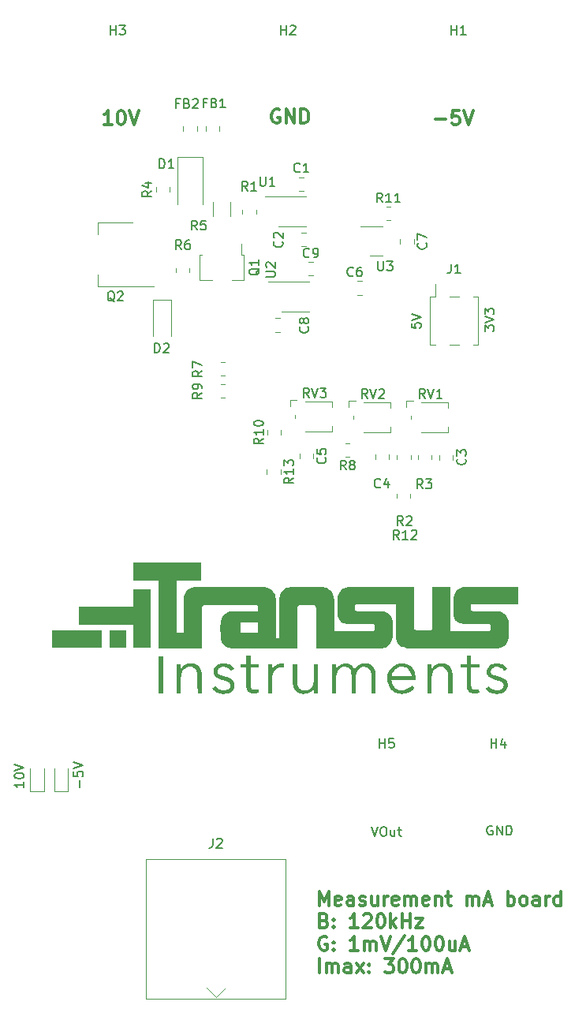
<source format=gbr>
%TF.GenerationSoftware,KiCad,Pcbnew,7.0.5*%
%TF.CreationDate,2023-09-04T17:01:56+02:00*%
%TF.ProjectId,mABoard,6d41426f-6172-4642-9e6b-696361645f70,rev?*%
%TF.SameCoordinates,Original*%
%TF.FileFunction,Legend,Top*%
%TF.FilePolarity,Positive*%
%FSLAX46Y46*%
G04 Gerber Fmt 4.6, Leading zero omitted, Abs format (unit mm)*
G04 Created by KiCad (PCBNEW 7.0.5) date 2023-09-04 17:01:56*
%MOMM*%
%LPD*%
G01*
G04 APERTURE LIST*
%ADD10C,0.300000*%
%ADD11C,0.150000*%
%ADD12C,0.120000*%
G04 APERTURE END LIST*
D10*
X95054510Y-147605828D02*
X95054510Y-146105828D01*
X95054510Y-146105828D02*
X95554510Y-147177257D01*
X95554510Y-147177257D02*
X96054510Y-146105828D01*
X96054510Y-146105828D02*
X96054510Y-147605828D01*
X97340225Y-147534400D02*
X97197368Y-147605828D01*
X97197368Y-147605828D02*
X96911654Y-147605828D01*
X96911654Y-147605828D02*
X96768796Y-147534400D01*
X96768796Y-147534400D02*
X96697368Y-147391542D01*
X96697368Y-147391542D02*
X96697368Y-146820114D01*
X96697368Y-146820114D02*
X96768796Y-146677257D01*
X96768796Y-146677257D02*
X96911654Y-146605828D01*
X96911654Y-146605828D02*
X97197368Y-146605828D01*
X97197368Y-146605828D02*
X97340225Y-146677257D01*
X97340225Y-146677257D02*
X97411654Y-146820114D01*
X97411654Y-146820114D02*
X97411654Y-146962971D01*
X97411654Y-146962971D02*
X96697368Y-147105828D01*
X98697368Y-147605828D02*
X98697368Y-146820114D01*
X98697368Y-146820114D02*
X98625939Y-146677257D01*
X98625939Y-146677257D02*
X98483082Y-146605828D01*
X98483082Y-146605828D02*
X98197368Y-146605828D01*
X98197368Y-146605828D02*
X98054510Y-146677257D01*
X98697368Y-147534400D02*
X98554510Y-147605828D01*
X98554510Y-147605828D02*
X98197368Y-147605828D01*
X98197368Y-147605828D02*
X98054510Y-147534400D01*
X98054510Y-147534400D02*
X97983082Y-147391542D01*
X97983082Y-147391542D02*
X97983082Y-147248685D01*
X97983082Y-147248685D02*
X98054510Y-147105828D01*
X98054510Y-147105828D02*
X98197368Y-147034400D01*
X98197368Y-147034400D02*
X98554510Y-147034400D01*
X98554510Y-147034400D02*
X98697368Y-146962971D01*
X99340225Y-147534400D02*
X99483082Y-147605828D01*
X99483082Y-147605828D02*
X99768796Y-147605828D01*
X99768796Y-147605828D02*
X99911653Y-147534400D01*
X99911653Y-147534400D02*
X99983082Y-147391542D01*
X99983082Y-147391542D02*
X99983082Y-147320114D01*
X99983082Y-147320114D02*
X99911653Y-147177257D01*
X99911653Y-147177257D02*
X99768796Y-147105828D01*
X99768796Y-147105828D02*
X99554511Y-147105828D01*
X99554511Y-147105828D02*
X99411653Y-147034400D01*
X99411653Y-147034400D02*
X99340225Y-146891542D01*
X99340225Y-146891542D02*
X99340225Y-146820114D01*
X99340225Y-146820114D02*
X99411653Y-146677257D01*
X99411653Y-146677257D02*
X99554511Y-146605828D01*
X99554511Y-146605828D02*
X99768796Y-146605828D01*
X99768796Y-146605828D02*
X99911653Y-146677257D01*
X101268797Y-146605828D02*
X101268797Y-147605828D01*
X100625939Y-146605828D02*
X100625939Y-147391542D01*
X100625939Y-147391542D02*
X100697368Y-147534400D01*
X100697368Y-147534400D02*
X100840225Y-147605828D01*
X100840225Y-147605828D02*
X101054511Y-147605828D01*
X101054511Y-147605828D02*
X101197368Y-147534400D01*
X101197368Y-147534400D02*
X101268797Y-147462971D01*
X101983082Y-147605828D02*
X101983082Y-146605828D01*
X101983082Y-146891542D02*
X102054511Y-146748685D01*
X102054511Y-146748685D02*
X102125940Y-146677257D01*
X102125940Y-146677257D02*
X102268797Y-146605828D01*
X102268797Y-146605828D02*
X102411654Y-146605828D01*
X103483082Y-147534400D02*
X103340225Y-147605828D01*
X103340225Y-147605828D02*
X103054511Y-147605828D01*
X103054511Y-147605828D02*
X102911653Y-147534400D01*
X102911653Y-147534400D02*
X102840225Y-147391542D01*
X102840225Y-147391542D02*
X102840225Y-146820114D01*
X102840225Y-146820114D02*
X102911653Y-146677257D01*
X102911653Y-146677257D02*
X103054511Y-146605828D01*
X103054511Y-146605828D02*
X103340225Y-146605828D01*
X103340225Y-146605828D02*
X103483082Y-146677257D01*
X103483082Y-146677257D02*
X103554511Y-146820114D01*
X103554511Y-146820114D02*
X103554511Y-146962971D01*
X103554511Y-146962971D02*
X102840225Y-147105828D01*
X104197367Y-147605828D02*
X104197367Y-146605828D01*
X104197367Y-146748685D02*
X104268796Y-146677257D01*
X104268796Y-146677257D02*
X104411653Y-146605828D01*
X104411653Y-146605828D02*
X104625939Y-146605828D01*
X104625939Y-146605828D02*
X104768796Y-146677257D01*
X104768796Y-146677257D02*
X104840225Y-146820114D01*
X104840225Y-146820114D02*
X104840225Y-147605828D01*
X104840225Y-146820114D02*
X104911653Y-146677257D01*
X104911653Y-146677257D02*
X105054510Y-146605828D01*
X105054510Y-146605828D02*
X105268796Y-146605828D01*
X105268796Y-146605828D02*
X105411653Y-146677257D01*
X105411653Y-146677257D02*
X105483082Y-146820114D01*
X105483082Y-146820114D02*
X105483082Y-147605828D01*
X106768796Y-147534400D02*
X106625939Y-147605828D01*
X106625939Y-147605828D02*
X106340225Y-147605828D01*
X106340225Y-147605828D02*
X106197367Y-147534400D01*
X106197367Y-147534400D02*
X106125939Y-147391542D01*
X106125939Y-147391542D02*
X106125939Y-146820114D01*
X106125939Y-146820114D02*
X106197367Y-146677257D01*
X106197367Y-146677257D02*
X106340225Y-146605828D01*
X106340225Y-146605828D02*
X106625939Y-146605828D01*
X106625939Y-146605828D02*
X106768796Y-146677257D01*
X106768796Y-146677257D02*
X106840225Y-146820114D01*
X106840225Y-146820114D02*
X106840225Y-146962971D01*
X106840225Y-146962971D02*
X106125939Y-147105828D01*
X107483081Y-146605828D02*
X107483081Y-147605828D01*
X107483081Y-146748685D02*
X107554510Y-146677257D01*
X107554510Y-146677257D02*
X107697367Y-146605828D01*
X107697367Y-146605828D02*
X107911653Y-146605828D01*
X107911653Y-146605828D02*
X108054510Y-146677257D01*
X108054510Y-146677257D02*
X108125939Y-146820114D01*
X108125939Y-146820114D02*
X108125939Y-147605828D01*
X108625939Y-146605828D02*
X109197367Y-146605828D01*
X108840224Y-146105828D02*
X108840224Y-147391542D01*
X108840224Y-147391542D02*
X108911653Y-147534400D01*
X108911653Y-147534400D02*
X109054510Y-147605828D01*
X109054510Y-147605828D02*
X109197367Y-147605828D01*
X110840224Y-147605828D02*
X110840224Y-146605828D01*
X110840224Y-146748685D02*
X110911653Y-146677257D01*
X110911653Y-146677257D02*
X111054510Y-146605828D01*
X111054510Y-146605828D02*
X111268796Y-146605828D01*
X111268796Y-146605828D02*
X111411653Y-146677257D01*
X111411653Y-146677257D02*
X111483082Y-146820114D01*
X111483082Y-146820114D02*
X111483082Y-147605828D01*
X111483082Y-146820114D02*
X111554510Y-146677257D01*
X111554510Y-146677257D02*
X111697367Y-146605828D01*
X111697367Y-146605828D02*
X111911653Y-146605828D01*
X111911653Y-146605828D02*
X112054510Y-146677257D01*
X112054510Y-146677257D02*
X112125939Y-146820114D01*
X112125939Y-146820114D02*
X112125939Y-147605828D01*
X112768796Y-147177257D02*
X113483082Y-147177257D01*
X112625939Y-147605828D02*
X113125939Y-146105828D01*
X113125939Y-146105828D02*
X113625939Y-147605828D01*
X115268795Y-147605828D02*
X115268795Y-146105828D01*
X115268795Y-146677257D02*
X115411653Y-146605828D01*
X115411653Y-146605828D02*
X115697367Y-146605828D01*
X115697367Y-146605828D02*
X115840224Y-146677257D01*
X115840224Y-146677257D02*
X115911653Y-146748685D01*
X115911653Y-146748685D02*
X115983081Y-146891542D01*
X115983081Y-146891542D02*
X115983081Y-147320114D01*
X115983081Y-147320114D02*
X115911653Y-147462971D01*
X115911653Y-147462971D02*
X115840224Y-147534400D01*
X115840224Y-147534400D02*
X115697367Y-147605828D01*
X115697367Y-147605828D02*
X115411653Y-147605828D01*
X115411653Y-147605828D02*
X115268795Y-147534400D01*
X116840224Y-147605828D02*
X116697367Y-147534400D01*
X116697367Y-147534400D02*
X116625938Y-147462971D01*
X116625938Y-147462971D02*
X116554510Y-147320114D01*
X116554510Y-147320114D02*
X116554510Y-146891542D01*
X116554510Y-146891542D02*
X116625938Y-146748685D01*
X116625938Y-146748685D02*
X116697367Y-146677257D01*
X116697367Y-146677257D02*
X116840224Y-146605828D01*
X116840224Y-146605828D02*
X117054510Y-146605828D01*
X117054510Y-146605828D02*
X117197367Y-146677257D01*
X117197367Y-146677257D02*
X117268796Y-146748685D01*
X117268796Y-146748685D02*
X117340224Y-146891542D01*
X117340224Y-146891542D02*
X117340224Y-147320114D01*
X117340224Y-147320114D02*
X117268796Y-147462971D01*
X117268796Y-147462971D02*
X117197367Y-147534400D01*
X117197367Y-147534400D02*
X117054510Y-147605828D01*
X117054510Y-147605828D02*
X116840224Y-147605828D01*
X118625939Y-147605828D02*
X118625939Y-146820114D01*
X118625939Y-146820114D02*
X118554510Y-146677257D01*
X118554510Y-146677257D02*
X118411653Y-146605828D01*
X118411653Y-146605828D02*
X118125939Y-146605828D01*
X118125939Y-146605828D02*
X117983081Y-146677257D01*
X118625939Y-147534400D02*
X118483081Y-147605828D01*
X118483081Y-147605828D02*
X118125939Y-147605828D01*
X118125939Y-147605828D02*
X117983081Y-147534400D01*
X117983081Y-147534400D02*
X117911653Y-147391542D01*
X117911653Y-147391542D02*
X117911653Y-147248685D01*
X117911653Y-147248685D02*
X117983081Y-147105828D01*
X117983081Y-147105828D02*
X118125939Y-147034400D01*
X118125939Y-147034400D02*
X118483081Y-147034400D01*
X118483081Y-147034400D02*
X118625939Y-146962971D01*
X119340224Y-147605828D02*
X119340224Y-146605828D01*
X119340224Y-146891542D02*
X119411653Y-146748685D01*
X119411653Y-146748685D02*
X119483082Y-146677257D01*
X119483082Y-146677257D02*
X119625939Y-146605828D01*
X119625939Y-146605828D02*
X119768796Y-146605828D01*
X120911653Y-147605828D02*
X120911653Y-146105828D01*
X120911653Y-147534400D02*
X120768795Y-147605828D01*
X120768795Y-147605828D02*
X120483081Y-147605828D01*
X120483081Y-147605828D02*
X120340224Y-147534400D01*
X120340224Y-147534400D02*
X120268795Y-147462971D01*
X120268795Y-147462971D02*
X120197367Y-147320114D01*
X120197367Y-147320114D02*
X120197367Y-146891542D01*
X120197367Y-146891542D02*
X120268795Y-146748685D01*
X120268795Y-146748685D02*
X120340224Y-146677257D01*
X120340224Y-146677257D02*
X120483081Y-146605828D01*
X120483081Y-146605828D02*
X120768795Y-146605828D01*
X120768795Y-146605828D02*
X120911653Y-146677257D01*
X95554510Y-149235114D02*
X95768796Y-149306542D01*
X95768796Y-149306542D02*
X95840225Y-149377971D01*
X95840225Y-149377971D02*
X95911653Y-149520828D01*
X95911653Y-149520828D02*
X95911653Y-149735114D01*
X95911653Y-149735114D02*
X95840225Y-149877971D01*
X95840225Y-149877971D02*
X95768796Y-149949400D01*
X95768796Y-149949400D02*
X95625939Y-150020828D01*
X95625939Y-150020828D02*
X95054510Y-150020828D01*
X95054510Y-150020828D02*
X95054510Y-148520828D01*
X95054510Y-148520828D02*
X95554510Y-148520828D01*
X95554510Y-148520828D02*
X95697368Y-148592257D01*
X95697368Y-148592257D02*
X95768796Y-148663685D01*
X95768796Y-148663685D02*
X95840225Y-148806542D01*
X95840225Y-148806542D02*
X95840225Y-148949400D01*
X95840225Y-148949400D02*
X95768796Y-149092257D01*
X95768796Y-149092257D02*
X95697368Y-149163685D01*
X95697368Y-149163685D02*
X95554510Y-149235114D01*
X95554510Y-149235114D02*
X95054510Y-149235114D01*
X96554510Y-149877971D02*
X96625939Y-149949400D01*
X96625939Y-149949400D02*
X96554510Y-150020828D01*
X96554510Y-150020828D02*
X96483082Y-149949400D01*
X96483082Y-149949400D02*
X96554510Y-149877971D01*
X96554510Y-149877971D02*
X96554510Y-150020828D01*
X96554510Y-149092257D02*
X96625939Y-149163685D01*
X96625939Y-149163685D02*
X96554510Y-149235114D01*
X96554510Y-149235114D02*
X96483082Y-149163685D01*
X96483082Y-149163685D02*
X96554510Y-149092257D01*
X96554510Y-149092257D02*
X96554510Y-149235114D01*
X99197368Y-150020828D02*
X98340225Y-150020828D01*
X98768796Y-150020828D02*
X98768796Y-148520828D01*
X98768796Y-148520828D02*
X98625939Y-148735114D01*
X98625939Y-148735114D02*
X98483082Y-148877971D01*
X98483082Y-148877971D02*
X98340225Y-148949400D01*
X99768796Y-148663685D02*
X99840224Y-148592257D01*
X99840224Y-148592257D02*
X99983082Y-148520828D01*
X99983082Y-148520828D02*
X100340224Y-148520828D01*
X100340224Y-148520828D02*
X100483082Y-148592257D01*
X100483082Y-148592257D02*
X100554510Y-148663685D01*
X100554510Y-148663685D02*
X100625939Y-148806542D01*
X100625939Y-148806542D02*
X100625939Y-148949400D01*
X100625939Y-148949400D02*
X100554510Y-149163685D01*
X100554510Y-149163685D02*
X99697367Y-150020828D01*
X99697367Y-150020828D02*
X100625939Y-150020828D01*
X101554510Y-148520828D02*
X101697367Y-148520828D01*
X101697367Y-148520828D02*
X101840224Y-148592257D01*
X101840224Y-148592257D02*
X101911653Y-148663685D01*
X101911653Y-148663685D02*
X101983081Y-148806542D01*
X101983081Y-148806542D02*
X102054510Y-149092257D01*
X102054510Y-149092257D02*
X102054510Y-149449400D01*
X102054510Y-149449400D02*
X101983081Y-149735114D01*
X101983081Y-149735114D02*
X101911653Y-149877971D01*
X101911653Y-149877971D02*
X101840224Y-149949400D01*
X101840224Y-149949400D02*
X101697367Y-150020828D01*
X101697367Y-150020828D02*
X101554510Y-150020828D01*
X101554510Y-150020828D02*
X101411653Y-149949400D01*
X101411653Y-149949400D02*
X101340224Y-149877971D01*
X101340224Y-149877971D02*
X101268795Y-149735114D01*
X101268795Y-149735114D02*
X101197367Y-149449400D01*
X101197367Y-149449400D02*
X101197367Y-149092257D01*
X101197367Y-149092257D02*
X101268795Y-148806542D01*
X101268795Y-148806542D02*
X101340224Y-148663685D01*
X101340224Y-148663685D02*
X101411653Y-148592257D01*
X101411653Y-148592257D02*
X101554510Y-148520828D01*
X102697366Y-150020828D02*
X102697366Y-148520828D01*
X102840224Y-149449400D02*
X103268795Y-150020828D01*
X103268795Y-149020828D02*
X102697366Y-149592257D01*
X103911652Y-150020828D02*
X103911652Y-148520828D01*
X103911652Y-149235114D02*
X104768795Y-149235114D01*
X104768795Y-150020828D02*
X104768795Y-148520828D01*
X105340224Y-149020828D02*
X106125939Y-149020828D01*
X106125939Y-149020828D02*
X105340224Y-150020828D01*
X105340224Y-150020828D02*
X106125939Y-150020828D01*
X95840225Y-151007257D02*
X95697368Y-150935828D01*
X95697368Y-150935828D02*
X95483082Y-150935828D01*
X95483082Y-150935828D02*
X95268796Y-151007257D01*
X95268796Y-151007257D02*
X95125939Y-151150114D01*
X95125939Y-151150114D02*
X95054510Y-151292971D01*
X95054510Y-151292971D02*
X94983082Y-151578685D01*
X94983082Y-151578685D02*
X94983082Y-151792971D01*
X94983082Y-151792971D02*
X95054510Y-152078685D01*
X95054510Y-152078685D02*
X95125939Y-152221542D01*
X95125939Y-152221542D02*
X95268796Y-152364400D01*
X95268796Y-152364400D02*
X95483082Y-152435828D01*
X95483082Y-152435828D02*
X95625939Y-152435828D01*
X95625939Y-152435828D02*
X95840225Y-152364400D01*
X95840225Y-152364400D02*
X95911653Y-152292971D01*
X95911653Y-152292971D02*
X95911653Y-151792971D01*
X95911653Y-151792971D02*
X95625939Y-151792971D01*
X96554510Y-152292971D02*
X96625939Y-152364400D01*
X96625939Y-152364400D02*
X96554510Y-152435828D01*
X96554510Y-152435828D02*
X96483082Y-152364400D01*
X96483082Y-152364400D02*
X96554510Y-152292971D01*
X96554510Y-152292971D02*
X96554510Y-152435828D01*
X96554510Y-151507257D02*
X96625939Y-151578685D01*
X96625939Y-151578685D02*
X96554510Y-151650114D01*
X96554510Y-151650114D02*
X96483082Y-151578685D01*
X96483082Y-151578685D02*
X96554510Y-151507257D01*
X96554510Y-151507257D02*
X96554510Y-151650114D01*
X99197368Y-152435828D02*
X98340225Y-152435828D01*
X98768796Y-152435828D02*
X98768796Y-150935828D01*
X98768796Y-150935828D02*
X98625939Y-151150114D01*
X98625939Y-151150114D02*
X98483082Y-151292971D01*
X98483082Y-151292971D02*
X98340225Y-151364400D01*
X99840224Y-152435828D02*
X99840224Y-151435828D01*
X99840224Y-151578685D02*
X99911653Y-151507257D01*
X99911653Y-151507257D02*
X100054510Y-151435828D01*
X100054510Y-151435828D02*
X100268796Y-151435828D01*
X100268796Y-151435828D02*
X100411653Y-151507257D01*
X100411653Y-151507257D02*
X100483082Y-151650114D01*
X100483082Y-151650114D02*
X100483082Y-152435828D01*
X100483082Y-151650114D02*
X100554510Y-151507257D01*
X100554510Y-151507257D02*
X100697367Y-151435828D01*
X100697367Y-151435828D02*
X100911653Y-151435828D01*
X100911653Y-151435828D02*
X101054510Y-151507257D01*
X101054510Y-151507257D02*
X101125939Y-151650114D01*
X101125939Y-151650114D02*
X101125939Y-152435828D01*
X101625939Y-150935828D02*
X102125939Y-152435828D01*
X102125939Y-152435828D02*
X102625939Y-150935828D01*
X104197367Y-150864400D02*
X102911653Y-152792971D01*
X105483082Y-152435828D02*
X104625939Y-152435828D01*
X105054510Y-152435828D02*
X105054510Y-150935828D01*
X105054510Y-150935828D02*
X104911653Y-151150114D01*
X104911653Y-151150114D02*
X104768796Y-151292971D01*
X104768796Y-151292971D02*
X104625939Y-151364400D01*
X106411653Y-150935828D02*
X106554510Y-150935828D01*
X106554510Y-150935828D02*
X106697367Y-151007257D01*
X106697367Y-151007257D02*
X106768796Y-151078685D01*
X106768796Y-151078685D02*
X106840224Y-151221542D01*
X106840224Y-151221542D02*
X106911653Y-151507257D01*
X106911653Y-151507257D02*
X106911653Y-151864400D01*
X106911653Y-151864400D02*
X106840224Y-152150114D01*
X106840224Y-152150114D02*
X106768796Y-152292971D01*
X106768796Y-152292971D02*
X106697367Y-152364400D01*
X106697367Y-152364400D02*
X106554510Y-152435828D01*
X106554510Y-152435828D02*
X106411653Y-152435828D01*
X106411653Y-152435828D02*
X106268796Y-152364400D01*
X106268796Y-152364400D02*
X106197367Y-152292971D01*
X106197367Y-152292971D02*
X106125938Y-152150114D01*
X106125938Y-152150114D02*
X106054510Y-151864400D01*
X106054510Y-151864400D02*
X106054510Y-151507257D01*
X106054510Y-151507257D02*
X106125938Y-151221542D01*
X106125938Y-151221542D02*
X106197367Y-151078685D01*
X106197367Y-151078685D02*
X106268796Y-151007257D01*
X106268796Y-151007257D02*
X106411653Y-150935828D01*
X107840224Y-150935828D02*
X107983081Y-150935828D01*
X107983081Y-150935828D02*
X108125938Y-151007257D01*
X108125938Y-151007257D02*
X108197367Y-151078685D01*
X108197367Y-151078685D02*
X108268795Y-151221542D01*
X108268795Y-151221542D02*
X108340224Y-151507257D01*
X108340224Y-151507257D02*
X108340224Y-151864400D01*
X108340224Y-151864400D02*
X108268795Y-152150114D01*
X108268795Y-152150114D02*
X108197367Y-152292971D01*
X108197367Y-152292971D02*
X108125938Y-152364400D01*
X108125938Y-152364400D02*
X107983081Y-152435828D01*
X107983081Y-152435828D02*
X107840224Y-152435828D01*
X107840224Y-152435828D02*
X107697367Y-152364400D01*
X107697367Y-152364400D02*
X107625938Y-152292971D01*
X107625938Y-152292971D02*
X107554509Y-152150114D01*
X107554509Y-152150114D02*
X107483081Y-151864400D01*
X107483081Y-151864400D02*
X107483081Y-151507257D01*
X107483081Y-151507257D02*
X107554509Y-151221542D01*
X107554509Y-151221542D02*
X107625938Y-151078685D01*
X107625938Y-151078685D02*
X107697367Y-151007257D01*
X107697367Y-151007257D02*
X107840224Y-150935828D01*
X109625938Y-151435828D02*
X109625938Y-152435828D01*
X108983080Y-151435828D02*
X108983080Y-152221542D01*
X108983080Y-152221542D02*
X109054509Y-152364400D01*
X109054509Y-152364400D02*
X109197366Y-152435828D01*
X109197366Y-152435828D02*
X109411652Y-152435828D01*
X109411652Y-152435828D02*
X109554509Y-152364400D01*
X109554509Y-152364400D02*
X109625938Y-152292971D01*
X110268795Y-152007257D02*
X110983081Y-152007257D01*
X110125938Y-152435828D02*
X110625938Y-150935828D01*
X110625938Y-150935828D02*
X111125938Y-152435828D01*
X95054510Y-154850828D02*
X95054510Y-153350828D01*
X95768796Y-154850828D02*
X95768796Y-153850828D01*
X95768796Y-153993685D02*
X95840225Y-153922257D01*
X95840225Y-153922257D02*
X95983082Y-153850828D01*
X95983082Y-153850828D02*
X96197368Y-153850828D01*
X96197368Y-153850828D02*
X96340225Y-153922257D01*
X96340225Y-153922257D02*
X96411654Y-154065114D01*
X96411654Y-154065114D02*
X96411654Y-154850828D01*
X96411654Y-154065114D02*
X96483082Y-153922257D01*
X96483082Y-153922257D02*
X96625939Y-153850828D01*
X96625939Y-153850828D02*
X96840225Y-153850828D01*
X96840225Y-153850828D02*
X96983082Y-153922257D01*
X96983082Y-153922257D02*
X97054511Y-154065114D01*
X97054511Y-154065114D02*
X97054511Y-154850828D01*
X98411654Y-154850828D02*
X98411654Y-154065114D01*
X98411654Y-154065114D02*
X98340225Y-153922257D01*
X98340225Y-153922257D02*
X98197368Y-153850828D01*
X98197368Y-153850828D02*
X97911654Y-153850828D01*
X97911654Y-153850828D02*
X97768796Y-153922257D01*
X98411654Y-154779400D02*
X98268796Y-154850828D01*
X98268796Y-154850828D02*
X97911654Y-154850828D01*
X97911654Y-154850828D02*
X97768796Y-154779400D01*
X97768796Y-154779400D02*
X97697368Y-154636542D01*
X97697368Y-154636542D02*
X97697368Y-154493685D01*
X97697368Y-154493685D02*
X97768796Y-154350828D01*
X97768796Y-154350828D02*
X97911654Y-154279400D01*
X97911654Y-154279400D02*
X98268796Y-154279400D01*
X98268796Y-154279400D02*
X98411654Y-154207971D01*
X98983082Y-154850828D02*
X99768797Y-153850828D01*
X98983082Y-153850828D02*
X99768797Y-154850828D01*
X100340225Y-154707971D02*
X100411654Y-154779400D01*
X100411654Y-154779400D02*
X100340225Y-154850828D01*
X100340225Y-154850828D02*
X100268797Y-154779400D01*
X100268797Y-154779400D02*
X100340225Y-154707971D01*
X100340225Y-154707971D02*
X100340225Y-154850828D01*
X100340225Y-153922257D02*
X100411654Y-153993685D01*
X100411654Y-153993685D02*
X100340225Y-154065114D01*
X100340225Y-154065114D02*
X100268797Y-153993685D01*
X100268797Y-153993685D02*
X100340225Y-153922257D01*
X100340225Y-153922257D02*
X100340225Y-154065114D01*
X102054511Y-153350828D02*
X102983083Y-153350828D01*
X102983083Y-153350828D02*
X102483083Y-153922257D01*
X102483083Y-153922257D02*
X102697368Y-153922257D01*
X102697368Y-153922257D02*
X102840226Y-153993685D01*
X102840226Y-153993685D02*
X102911654Y-154065114D01*
X102911654Y-154065114D02*
X102983083Y-154207971D01*
X102983083Y-154207971D02*
X102983083Y-154565114D01*
X102983083Y-154565114D02*
X102911654Y-154707971D01*
X102911654Y-154707971D02*
X102840226Y-154779400D01*
X102840226Y-154779400D02*
X102697368Y-154850828D01*
X102697368Y-154850828D02*
X102268797Y-154850828D01*
X102268797Y-154850828D02*
X102125940Y-154779400D01*
X102125940Y-154779400D02*
X102054511Y-154707971D01*
X103911654Y-153350828D02*
X104054511Y-153350828D01*
X104054511Y-153350828D02*
X104197368Y-153422257D01*
X104197368Y-153422257D02*
X104268797Y-153493685D01*
X104268797Y-153493685D02*
X104340225Y-153636542D01*
X104340225Y-153636542D02*
X104411654Y-153922257D01*
X104411654Y-153922257D02*
X104411654Y-154279400D01*
X104411654Y-154279400D02*
X104340225Y-154565114D01*
X104340225Y-154565114D02*
X104268797Y-154707971D01*
X104268797Y-154707971D02*
X104197368Y-154779400D01*
X104197368Y-154779400D02*
X104054511Y-154850828D01*
X104054511Y-154850828D02*
X103911654Y-154850828D01*
X103911654Y-154850828D02*
X103768797Y-154779400D01*
X103768797Y-154779400D02*
X103697368Y-154707971D01*
X103697368Y-154707971D02*
X103625939Y-154565114D01*
X103625939Y-154565114D02*
X103554511Y-154279400D01*
X103554511Y-154279400D02*
X103554511Y-153922257D01*
X103554511Y-153922257D02*
X103625939Y-153636542D01*
X103625939Y-153636542D02*
X103697368Y-153493685D01*
X103697368Y-153493685D02*
X103768797Y-153422257D01*
X103768797Y-153422257D02*
X103911654Y-153350828D01*
X105340225Y-153350828D02*
X105483082Y-153350828D01*
X105483082Y-153350828D02*
X105625939Y-153422257D01*
X105625939Y-153422257D02*
X105697368Y-153493685D01*
X105697368Y-153493685D02*
X105768796Y-153636542D01*
X105768796Y-153636542D02*
X105840225Y-153922257D01*
X105840225Y-153922257D02*
X105840225Y-154279400D01*
X105840225Y-154279400D02*
X105768796Y-154565114D01*
X105768796Y-154565114D02*
X105697368Y-154707971D01*
X105697368Y-154707971D02*
X105625939Y-154779400D01*
X105625939Y-154779400D02*
X105483082Y-154850828D01*
X105483082Y-154850828D02*
X105340225Y-154850828D01*
X105340225Y-154850828D02*
X105197368Y-154779400D01*
X105197368Y-154779400D02*
X105125939Y-154707971D01*
X105125939Y-154707971D02*
X105054510Y-154565114D01*
X105054510Y-154565114D02*
X104983082Y-154279400D01*
X104983082Y-154279400D02*
X104983082Y-153922257D01*
X104983082Y-153922257D02*
X105054510Y-153636542D01*
X105054510Y-153636542D02*
X105125939Y-153493685D01*
X105125939Y-153493685D02*
X105197368Y-153422257D01*
X105197368Y-153422257D02*
X105340225Y-153350828D01*
X106483081Y-154850828D02*
X106483081Y-153850828D01*
X106483081Y-153993685D02*
X106554510Y-153922257D01*
X106554510Y-153922257D02*
X106697367Y-153850828D01*
X106697367Y-153850828D02*
X106911653Y-153850828D01*
X106911653Y-153850828D02*
X107054510Y-153922257D01*
X107054510Y-153922257D02*
X107125939Y-154065114D01*
X107125939Y-154065114D02*
X107125939Y-154850828D01*
X107125939Y-154065114D02*
X107197367Y-153922257D01*
X107197367Y-153922257D02*
X107340224Y-153850828D01*
X107340224Y-153850828D02*
X107554510Y-153850828D01*
X107554510Y-153850828D02*
X107697367Y-153922257D01*
X107697367Y-153922257D02*
X107768796Y-154065114D01*
X107768796Y-154065114D02*
X107768796Y-154850828D01*
X108411653Y-154422257D02*
X109125939Y-154422257D01*
X108268796Y-154850828D02*
X108768796Y-153350828D01*
X108768796Y-153350828D02*
X109268796Y-154850828D01*
D11*
X112789819Y-85968458D02*
X112789819Y-85349411D01*
X112789819Y-85349411D02*
X113170771Y-85682744D01*
X113170771Y-85682744D02*
X113170771Y-85539887D01*
X113170771Y-85539887D02*
X113218390Y-85444649D01*
X113218390Y-85444649D02*
X113266009Y-85397030D01*
X113266009Y-85397030D02*
X113361247Y-85349411D01*
X113361247Y-85349411D02*
X113599342Y-85349411D01*
X113599342Y-85349411D02*
X113694580Y-85397030D01*
X113694580Y-85397030D02*
X113742200Y-85444649D01*
X113742200Y-85444649D02*
X113789819Y-85539887D01*
X113789819Y-85539887D02*
X113789819Y-85825601D01*
X113789819Y-85825601D02*
X113742200Y-85920839D01*
X113742200Y-85920839D02*
X113694580Y-85968458D01*
X112789819Y-85063696D02*
X113789819Y-84730363D01*
X113789819Y-84730363D02*
X112789819Y-84397030D01*
X112789819Y-84158934D02*
X112789819Y-83539887D01*
X112789819Y-83539887D02*
X113170771Y-83873220D01*
X113170771Y-83873220D02*
X113170771Y-83730363D01*
X113170771Y-83730363D02*
X113218390Y-83635125D01*
X113218390Y-83635125D02*
X113266009Y-83587506D01*
X113266009Y-83587506D02*
X113361247Y-83539887D01*
X113361247Y-83539887D02*
X113599342Y-83539887D01*
X113599342Y-83539887D02*
X113694580Y-83587506D01*
X113694580Y-83587506D02*
X113742200Y-83635125D01*
X113742200Y-83635125D02*
X113789819Y-83730363D01*
X113789819Y-83730363D02*
X113789819Y-84016077D01*
X113789819Y-84016077D02*
X113742200Y-84111315D01*
X113742200Y-84111315D02*
X113694580Y-84158934D01*
X104929819Y-85117030D02*
X104929819Y-85593220D01*
X104929819Y-85593220D02*
X105406009Y-85640839D01*
X105406009Y-85640839D02*
X105358390Y-85593220D01*
X105358390Y-85593220D02*
X105310771Y-85497982D01*
X105310771Y-85497982D02*
X105310771Y-85259887D01*
X105310771Y-85259887D02*
X105358390Y-85164649D01*
X105358390Y-85164649D02*
X105406009Y-85117030D01*
X105406009Y-85117030D02*
X105501247Y-85069411D01*
X105501247Y-85069411D02*
X105739342Y-85069411D01*
X105739342Y-85069411D02*
X105834580Y-85117030D01*
X105834580Y-85117030D02*
X105882200Y-85164649D01*
X105882200Y-85164649D02*
X105929819Y-85259887D01*
X105929819Y-85259887D02*
X105929819Y-85497982D01*
X105929819Y-85497982D02*
X105882200Y-85593220D01*
X105882200Y-85593220D02*
X105834580Y-85640839D01*
X104929819Y-84783696D02*
X105929819Y-84450363D01*
X105929819Y-84450363D02*
X104929819Y-84117030D01*
X69268866Y-134973220D02*
X69268866Y-134211316D01*
X68649819Y-133258935D02*
X68649819Y-133735125D01*
X68649819Y-133735125D02*
X69126009Y-133782744D01*
X69126009Y-133782744D02*
X69078390Y-133735125D01*
X69078390Y-133735125D02*
X69030771Y-133639887D01*
X69030771Y-133639887D02*
X69030771Y-133401792D01*
X69030771Y-133401792D02*
X69078390Y-133306554D01*
X69078390Y-133306554D02*
X69126009Y-133258935D01*
X69126009Y-133258935D02*
X69221247Y-133211316D01*
X69221247Y-133211316D02*
X69459342Y-133211316D01*
X69459342Y-133211316D02*
X69554580Y-133258935D01*
X69554580Y-133258935D02*
X69602200Y-133306554D01*
X69602200Y-133306554D02*
X69649819Y-133401792D01*
X69649819Y-133401792D02*
X69649819Y-133639887D01*
X69649819Y-133639887D02*
X69602200Y-133735125D01*
X69602200Y-133735125D02*
X69554580Y-133782744D01*
X68649819Y-132925601D02*
X69649819Y-132592268D01*
X69649819Y-132592268D02*
X68649819Y-132258935D01*
X63299819Y-134359411D02*
X63299819Y-134930839D01*
X63299819Y-134645125D02*
X62299819Y-134645125D01*
X62299819Y-134645125D02*
X62442676Y-134740363D01*
X62442676Y-134740363D02*
X62537914Y-134835601D01*
X62537914Y-134835601D02*
X62585533Y-134930839D01*
X62299819Y-133740363D02*
X62299819Y-133645125D01*
X62299819Y-133645125D02*
X62347438Y-133549887D01*
X62347438Y-133549887D02*
X62395057Y-133502268D01*
X62395057Y-133502268D02*
X62490295Y-133454649D01*
X62490295Y-133454649D02*
X62680771Y-133407030D01*
X62680771Y-133407030D02*
X62918866Y-133407030D01*
X62918866Y-133407030D02*
X63109342Y-133454649D01*
X63109342Y-133454649D02*
X63204580Y-133502268D01*
X63204580Y-133502268D02*
X63252200Y-133549887D01*
X63252200Y-133549887D02*
X63299819Y-133645125D01*
X63299819Y-133645125D02*
X63299819Y-133740363D01*
X63299819Y-133740363D02*
X63252200Y-133835601D01*
X63252200Y-133835601D02*
X63204580Y-133883220D01*
X63204580Y-133883220D02*
X63109342Y-133930839D01*
X63109342Y-133930839D02*
X62918866Y-133978458D01*
X62918866Y-133978458D02*
X62680771Y-133978458D01*
X62680771Y-133978458D02*
X62490295Y-133930839D01*
X62490295Y-133930839D02*
X62395057Y-133883220D01*
X62395057Y-133883220D02*
X62347438Y-133835601D01*
X62347438Y-133835601D02*
X62299819Y-133740363D01*
X62299819Y-133121315D02*
X63299819Y-132787982D01*
X63299819Y-132787982D02*
X62299819Y-132454649D01*
X113600588Y-139097438D02*
X113505350Y-139049819D01*
X113505350Y-139049819D02*
X113362493Y-139049819D01*
X113362493Y-139049819D02*
X113219636Y-139097438D01*
X113219636Y-139097438D02*
X113124398Y-139192676D01*
X113124398Y-139192676D02*
X113076779Y-139287914D01*
X113076779Y-139287914D02*
X113029160Y-139478390D01*
X113029160Y-139478390D02*
X113029160Y-139621247D01*
X113029160Y-139621247D02*
X113076779Y-139811723D01*
X113076779Y-139811723D02*
X113124398Y-139906961D01*
X113124398Y-139906961D02*
X113219636Y-140002200D01*
X113219636Y-140002200D02*
X113362493Y-140049819D01*
X113362493Y-140049819D02*
X113457731Y-140049819D01*
X113457731Y-140049819D02*
X113600588Y-140002200D01*
X113600588Y-140002200D02*
X113648207Y-139954580D01*
X113648207Y-139954580D02*
X113648207Y-139621247D01*
X113648207Y-139621247D02*
X113457731Y-139621247D01*
X114076779Y-140049819D02*
X114076779Y-139049819D01*
X114076779Y-139049819D02*
X114648207Y-140049819D01*
X114648207Y-140049819D02*
X114648207Y-139049819D01*
X115124398Y-140049819D02*
X115124398Y-139049819D01*
X115124398Y-139049819D02*
X115362493Y-139049819D01*
X115362493Y-139049819D02*
X115505350Y-139097438D01*
X115505350Y-139097438D02*
X115600588Y-139192676D01*
X115600588Y-139192676D02*
X115648207Y-139287914D01*
X115648207Y-139287914D02*
X115695826Y-139478390D01*
X115695826Y-139478390D02*
X115695826Y-139621247D01*
X115695826Y-139621247D02*
X115648207Y-139811723D01*
X115648207Y-139811723D02*
X115600588Y-139906961D01*
X115600588Y-139906961D02*
X115505350Y-140002200D01*
X115505350Y-140002200D02*
X115362493Y-140049819D01*
X115362493Y-140049819D02*
X115124398Y-140049819D01*
X100643922Y-139179819D02*
X100977255Y-140179819D01*
X100977255Y-140179819D02*
X101310588Y-139179819D01*
X101834398Y-139179819D02*
X102024874Y-139179819D01*
X102024874Y-139179819D02*
X102120112Y-139227438D01*
X102120112Y-139227438D02*
X102215350Y-139322676D01*
X102215350Y-139322676D02*
X102262969Y-139513152D01*
X102262969Y-139513152D02*
X102262969Y-139846485D01*
X102262969Y-139846485D02*
X102215350Y-140036961D01*
X102215350Y-140036961D02*
X102120112Y-140132200D01*
X102120112Y-140132200D02*
X102024874Y-140179819D01*
X102024874Y-140179819D02*
X101834398Y-140179819D01*
X101834398Y-140179819D02*
X101739160Y-140132200D01*
X101739160Y-140132200D02*
X101643922Y-140036961D01*
X101643922Y-140036961D02*
X101596303Y-139846485D01*
X101596303Y-139846485D02*
X101596303Y-139513152D01*
X101596303Y-139513152D02*
X101643922Y-139322676D01*
X101643922Y-139322676D02*
X101739160Y-139227438D01*
X101739160Y-139227438D02*
X101834398Y-139179819D01*
X103120112Y-139513152D02*
X103120112Y-140179819D01*
X102691541Y-139513152D02*
X102691541Y-140036961D01*
X102691541Y-140036961D02*
X102739160Y-140132200D01*
X102739160Y-140132200D02*
X102834398Y-140179819D01*
X102834398Y-140179819D02*
X102977255Y-140179819D01*
X102977255Y-140179819D02*
X103072493Y-140132200D01*
X103072493Y-140132200D02*
X103120112Y-140084580D01*
X103453446Y-139513152D02*
X103834398Y-139513152D01*
X103596303Y-139179819D02*
X103596303Y-140036961D01*
X103596303Y-140036961D02*
X103643922Y-140132200D01*
X103643922Y-140132200D02*
X103739160Y-140179819D01*
X103739160Y-140179819D02*
X103834398Y-140179819D01*
D10*
X72760225Y-63825828D02*
X71903082Y-63825828D01*
X72331653Y-63825828D02*
X72331653Y-62325828D01*
X72331653Y-62325828D02*
X72188796Y-62540114D01*
X72188796Y-62540114D02*
X72045939Y-62682971D01*
X72045939Y-62682971D02*
X71903082Y-62754400D01*
X73688796Y-62325828D02*
X73831653Y-62325828D01*
X73831653Y-62325828D02*
X73974510Y-62397257D01*
X73974510Y-62397257D02*
X74045939Y-62468685D01*
X74045939Y-62468685D02*
X74117367Y-62611542D01*
X74117367Y-62611542D02*
X74188796Y-62897257D01*
X74188796Y-62897257D02*
X74188796Y-63254400D01*
X74188796Y-63254400D02*
X74117367Y-63540114D01*
X74117367Y-63540114D02*
X74045939Y-63682971D01*
X74045939Y-63682971D02*
X73974510Y-63754400D01*
X73974510Y-63754400D02*
X73831653Y-63825828D01*
X73831653Y-63825828D02*
X73688796Y-63825828D01*
X73688796Y-63825828D02*
X73545939Y-63754400D01*
X73545939Y-63754400D02*
X73474510Y-63682971D01*
X73474510Y-63682971D02*
X73403081Y-63540114D01*
X73403081Y-63540114D02*
X73331653Y-63254400D01*
X73331653Y-63254400D02*
X73331653Y-62897257D01*
X73331653Y-62897257D02*
X73403081Y-62611542D01*
X73403081Y-62611542D02*
X73474510Y-62468685D01*
X73474510Y-62468685D02*
X73545939Y-62397257D01*
X73545939Y-62397257D02*
X73688796Y-62325828D01*
X74617367Y-62325828D02*
X75117367Y-63825828D01*
X75117367Y-63825828D02*
X75617367Y-62325828D01*
X90750225Y-62232257D02*
X90607368Y-62160828D01*
X90607368Y-62160828D02*
X90393082Y-62160828D01*
X90393082Y-62160828D02*
X90178796Y-62232257D01*
X90178796Y-62232257D02*
X90035939Y-62375114D01*
X90035939Y-62375114D02*
X89964510Y-62517971D01*
X89964510Y-62517971D02*
X89893082Y-62803685D01*
X89893082Y-62803685D02*
X89893082Y-63017971D01*
X89893082Y-63017971D02*
X89964510Y-63303685D01*
X89964510Y-63303685D02*
X90035939Y-63446542D01*
X90035939Y-63446542D02*
X90178796Y-63589400D01*
X90178796Y-63589400D02*
X90393082Y-63660828D01*
X90393082Y-63660828D02*
X90535939Y-63660828D01*
X90535939Y-63660828D02*
X90750225Y-63589400D01*
X90750225Y-63589400D02*
X90821653Y-63517971D01*
X90821653Y-63517971D02*
X90821653Y-63017971D01*
X90821653Y-63017971D02*
X90535939Y-63017971D01*
X91464510Y-63660828D02*
X91464510Y-62160828D01*
X91464510Y-62160828D02*
X92321653Y-63660828D01*
X92321653Y-63660828D02*
X92321653Y-62160828D01*
X93035939Y-63660828D02*
X93035939Y-62160828D01*
X93035939Y-62160828D02*
X93393082Y-62160828D01*
X93393082Y-62160828D02*
X93607368Y-62232257D01*
X93607368Y-62232257D02*
X93750225Y-62375114D01*
X93750225Y-62375114D02*
X93821654Y-62517971D01*
X93821654Y-62517971D02*
X93893082Y-62803685D01*
X93893082Y-62803685D02*
X93893082Y-63017971D01*
X93893082Y-63017971D02*
X93821654Y-63303685D01*
X93821654Y-63303685D02*
X93750225Y-63446542D01*
X93750225Y-63446542D02*
X93607368Y-63589400D01*
X93607368Y-63589400D02*
X93393082Y-63660828D01*
X93393082Y-63660828D02*
X93035939Y-63660828D01*
X107454510Y-63254400D02*
X108597368Y-63254400D01*
X110025939Y-62325828D02*
X109311653Y-62325828D01*
X109311653Y-62325828D02*
X109240225Y-63040114D01*
X109240225Y-63040114D02*
X109311653Y-62968685D01*
X109311653Y-62968685D02*
X109454511Y-62897257D01*
X109454511Y-62897257D02*
X109811653Y-62897257D01*
X109811653Y-62897257D02*
X109954511Y-62968685D01*
X109954511Y-62968685D02*
X110025939Y-63040114D01*
X110025939Y-63040114D02*
X110097368Y-63182971D01*
X110097368Y-63182971D02*
X110097368Y-63540114D01*
X110097368Y-63540114D02*
X110025939Y-63682971D01*
X110025939Y-63682971D02*
X109954511Y-63754400D01*
X109954511Y-63754400D02*
X109811653Y-63825828D01*
X109811653Y-63825828D02*
X109454511Y-63825828D01*
X109454511Y-63825828D02*
X109311653Y-63754400D01*
X109311653Y-63754400D02*
X109240225Y-63682971D01*
X110525939Y-62325828D02*
X111025939Y-63825828D01*
X111025939Y-63825828D02*
X111525939Y-62325828D01*
D11*
%TO.C,Q1*%
X88610057Y-79225238D02*
X88562438Y-79320476D01*
X88562438Y-79320476D02*
X88467200Y-79415714D01*
X88467200Y-79415714D02*
X88324342Y-79558571D01*
X88324342Y-79558571D02*
X88276723Y-79653809D01*
X88276723Y-79653809D02*
X88276723Y-79749047D01*
X88514819Y-79701428D02*
X88467200Y-79796666D01*
X88467200Y-79796666D02*
X88371961Y-79891904D01*
X88371961Y-79891904D02*
X88181485Y-79939523D01*
X88181485Y-79939523D02*
X87848152Y-79939523D01*
X87848152Y-79939523D02*
X87657676Y-79891904D01*
X87657676Y-79891904D02*
X87562438Y-79796666D01*
X87562438Y-79796666D02*
X87514819Y-79701428D01*
X87514819Y-79701428D02*
X87514819Y-79510952D01*
X87514819Y-79510952D02*
X87562438Y-79415714D01*
X87562438Y-79415714D02*
X87657676Y-79320476D01*
X87657676Y-79320476D02*
X87848152Y-79272857D01*
X87848152Y-79272857D02*
X88181485Y-79272857D01*
X88181485Y-79272857D02*
X88371961Y-79320476D01*
X88371961Y-79320476D02*
X88467200Y-79415714D01*
X88467200Y-79415714D02*
X88514819Y-79510952D01*
X88514819Y-79510952D02*
X88514819Y-79701428D01*
X88514819Y-78320476D02*
X88514819Y-78891904D01*
X88514819Y-78606190D02*
X87514819Y-78606190D01*
X87514819Y-78606190D02*
X87657676Y-78701428D01*
X87657676Y-78701428D02*
X87752914Y-78796666D01*
X87752914Y-78796666D02*
X87800533Y-78891904D01*
%TO.C,U3*%
X101328095Y-78484819D02*
X101328095Y-79294342D01*
X101328095Y-79294342D02*
X101375714Y-79389580D01*
X101375714Y-79389580D02*
X101423333Y-79437200D01*
X101423333Y-79437200D02*
X101518571Y-79484819D01*
X101518571Y-79484819D02*
X101709047Y-79484819D01*
X101709047Y-79484819D02*
X101804285Y-79437200D01*
X101804285Y-79437200D02*
X101851904Y-79389580D01*
X101851904Y-79389580D02*
X101899523Y-79294342D01*
X101899523Y-79294342D02*
X101899523Y-78484819D01*
X102280476Y-78484819D02*
X102899523Y-78484819D01*
X102899523Y-78484819D02*
X102566190Y-78865771D01*
X102566190Y-78865771D02*
X102709047Y-78865771D01*
X102709047Y-78865771D02*
X102804285Y-78913390D01*
X102804285Y-78913390D02*
X102851904Y-78961009D01*
X102851904Y-78961009D02*
X102899523Y-79056247D01*
X102899523Y-79056247D02*
X102899523Y-79294342D01*
X102899523Y-79294342D02*
X102851904Y-79389580D01*
X102851904Y-79389580D02*
X102804285Y-79437200D01*
X102804285Y-79437200D02*
X102709047Y-79484819D01*
X102709047Y-79484819D02*
X102423333Y-79484819D01*
X102423333Y-79484819D02*
X102328095Y-79437200D01*
X102328095Y-79437200D02*
X102280476Y-79389580D01*
%TO.C,U2*%
X89294819Y-80141904D02*
X90104342Y-80141904D01*
X90104342Y-80141904D02*
X90199580Y-80094285D01*
X90199580Y-80094285D02*
X90247200Y-80046666D01*
X90247200Y-80046666D02*
X90294819Y-79951428D01*
X90294819Y-79951428D02*
X90294819Y-79760952D01*
X90294819Y-79760952D02*
X90247200Y-79665714D01*
X90247200Y-79665714D02*
X90199580Y-79618095D01*
X90199580Y-79618095D02*
X90104342Y-79570476D01*
X90104342Y-79570476D02*
X89294819Y-79570476D01*
X89390057Y-79141904D02*
X89342438Y-79094285D01*
X89342438Y-79094285D02*
X89294819Y-78999047D01*
X89294819Y-78999047D02*
X89294819Y-78760952D01*
X89294819Y-78760952D02*
X89342438Y-78665714D01*
X89342438Y-78665714D02*
X89390057Y-78618095D01*
X89390057Y-78618095D02*
X89485295Y-78570476D01*
X89485295Y-78570476D02*
X89580533Y-78570476D01*
X89580533Y-78570476D02*
X89723390Y-78618095D01*
X89723390Y-78618095D02*
X90294819Y-79189523D01*
X90294819Y-79189523D02*
X90294819Y-78570476D01*
%TO.C,U1*%
X88678095Y-69394819D02*
X88678095Y-70204342D01*
X88678095Y-70204342D02*
X88725714Y-70299580D01*
X88725714Y-70299580D02*
X88773333Y-70347200D01*
X88773333Y-70347200D02*
X88868571Y-70394819D01*
X88868571Y-70394819D02*
X89059047Y-70394819D01*
X89059047Y-70394819D02*
X89154285Y-70347200D01*
X89154285Y-70347200D02*
X89201904Y-70299580D01*
X89201904Y-70299580D02*
X89249523Y-70204342D01*
X89249523Y-70204342D02*
X89249523Y-69394819D01*
X90249523Y-70394819D02*
X89678095Y-70394819D01*
X89963809Y-70394819D02*
X89963809Y-69394819D01*
X89963809Y-69394819D02*
X89868571Y-69537676D01*
X89868571Y-69537676D02*
X89773333Y-69632914D01*
X89773333Y-69632914D02*
X89678095Y-69680533D01*
%TO.C,RV3*%
X93924761Y-93094819D02*
X93591428Y-92618628D01*
X93353333Y-93094819D02*
X93353333Y-92094819D01*
X93353333Y-92094819D02*
X93734285Y-92094819D01*
X93734285Y-92094819D02*
X93829523Y-92142438D01*
X93829523Y-92142438D02*
X93877142Y-92190057D01*
X93877142Y-92190057D02*
X93924761Y-92285295D01*
X93924761Y-92285295D02*
X93924761Y-92428152D01*
X93924761Y-92428152D02*
X93877142Y-92523390D01*
X93877142Y-92523390D02*
X93829523Y-92571009D01*
X93829523Y-92571009D02*
X93734285Y-92618628D01*
X93734285Y-92618628D02*
X93353333Y-92618628D01*
X94210476Y-92094819D02*
X94543809Y-93094819D01*
X94543809Y-93094819D02*
X94877142Y-92094819D01*
X95115238Y-92094819D02*
X95734285Y-92094819D01*
X95734285Y-92094819D02*
X95400952Y-92475771D01*
X95400952Y-92475771D02*
X95543809Y-92475771D01*
X95543809Y-92475771D02*
X95639047Y-92523390D01*
X95639047Y-92523390D02*
X95686666Y-92571009D01*
X95686666Y-92571009D02*
X95734285Y-92666247D01*
X95734285Y-92666247D02*
X95734285Y-92904342D01*
X95734285Y-92904342D02*
X95686666Y-92999580D01*
X95686666Y-92999580D02*
X95639047Y-93047200D01*
X95639047Y-93047200D02*
X95543809Y-93094819D01*
X95543809Y-93094819D02*
X95258095Y-93094819D01*
X95258095Y-93094819D02*
X95162857Y-93047200D01*
X95162857Y-93047200D02*
X95115238Y-92999580D01*
%TO.C,RV2*%
X100204761Y-93184819D02*
X99871428Y-92708628D01*
X99633333Y-93184819D02*
X99633333Y-92184819D01*
X99633333Y-92184819D02*
X100014285Y-92184819D01*
X100014285Y-92184819D02*
X100109523Y-92232438D01*
X100109523Y-92232438D02*
X100157142Y-92280057D01*
X100157142Y-92280057D02*
X100204761Y-92375295D01*
X100204761Y-92375295D02*
X100204761Y-92518152D01*
X100204761Y-92518152D02*
X100157142Y-92613390D01*
X100157142Y-92613390D02*
X100109523Y-92661009D01*
X100109523Y-92661009D02*
X100014285Y-92708628D01*
X100014285Y-92708628D02*
X99633333Y-92708628D01*
X100490476Y-92184819D02*
X100823809Y-93184819D01*
X100823809Y-93184819D02*
X101157142Y-92184819D01*
X101442857Y-92280057D02*
X101490476Y-92232438D01*
X101490476Y-92232438D02*
X101585714Y-92184819D01*
X101585714Y-92184819D02*
X101823809Y-92184819D01*
X101823809Y-92184819D02*
X101919047Y-92232438D01*
X101919047Y-92232438D02*
X101966666Y-92280057D01*
X101966666Y-92280057D02*
X102014285Y-92375295D01*
X102014285Y-92375295D02*
X102014285Y-92470533D01*
X102014285Y-92470533D02*
X101966666Y-92613390D01*
X101966666Y-92613390D02*
X101395238Y-93184819D01*
X101395238Y-93184819D02*
X102014285Y-93184819D01*
%TO.C,RV1*%
X106384761Y-93174819D02*
X106051428Y-92698628D01*
X105813333Y-93174819D02*
X105813333Y-92174819D01*
X105813333Y-92174819D02*
X106194285Y-92174819D01*
X106194285Y-92174819D02*
X106289523Y-92222438D01*
X106289523Y-92222438D02*
X106337142Y-92270057D01*
X106337142Y-92270057D02*
X106384761Y-92365295D01*
X106384761Y-92365295D02*
X106384761Y-92508152D01*
X106384761Y-92508152D02*
X106337142Y-92603390D01*
X106337142Y-92603390D02*
X106289523Y-92651009D01*
X106289523Y-92651009D02*
X106194285Y-92698628D01*
X106194285Y-92698628D02*
X105813333Y-92698628D01*
X106670476Y-92174819D02*
X107003809Y-93174819D01*
X107003809Y-93174819D02*
X107337142Y-92174819D01*
X108194285Y-93174819D02*
X107622857Y-93174819D01*
X107908571Y-93174819D02*
X107908571Y-92174819D01*
X107908571Y-92174819D02*
X107813333Y-92317676D01*
X107813333Y-92317676D02*
X107718095Y-92412914D01*
X107718095Y-92412914D02*
X107622857Y-92460533D01*
%TO.C,R13*%
X92244819Y-101712857D02*
X91768628Y-102046190D01*
X92244819Y-102284285D02*
X91244819Y-102284285D01*
X91244819Y-102284285D02*
X91244819Y-101903333D01*
X91244819Y-101903333D02*
X91292438Y-101808095D01*
X91292438Y-101808095D02*
X91340057Y-101760476D01*
X91340057Y-101760476D02*
X91435295Y-101712857D01*
X91435295Y-101712857D02*
X91578152Y-101712857D01*
X91578152Y-101712857D02*
X91673390Y-101760476D01*
X91673390Y-101760476D02*
X91721009Y-101808095D01*
X91721009Y-101808095D02*
X91768628Y-101903333D01*
X91768628Y-101903333D02*
X91768628Y-102284285D01*
X92244819Y-100760476D02*
X92244819Y-101331904D01*
X92244819Y-101046190D02*
X91244819Y-101046190D01*
X91244819Y-101046190D02*
X91387676Y-101141428D01*
X91387676Y-101141428D02*
X91482914Y-101236666D01*
X91482914Y-101236666D02*
X91530533Y-101331904D01*
X91244819Y-100427142D02*
X91244819Y-99808095D01*
X91244819Y-99808095D02*
X91625771Y-100141428D01*
X91625771Y-100141428D02*
X91625771Y-99998571D01*
X91625771Y-99998571D02*
X91673390Y-99903333D01*
X91673390Y-99903333D02*
X91721009Y-99855714D01*
X91721009Y-99855714D02*
X91816247Y-99808095D01*
X91816247Y-99808095D02*
X92054342Y-99808095D01*
X92054342Y-99808095D02*
X92149580Y-99855714D01*
X92149580Y-99855714D02*
X92197200Y-99903333D01*
X92197200Y-99903333D02*
X92244819Y-99998571D01*
X92244819Y-99998571D02*
X92244819Y-100284285D01*
X92244819Y-100284285D02*
X92197200Y-100379523D01*
X92197200Y-100379523D02*
X92149580Y-100427142D01*
%TO.C,R12*%
X103577142Y-108324819D02*
X103243809Y-107848628D01*
X103005714Y-108324819D02*
X103005714Y-107324819D01*
X103005714Y-107324819D02*
X103386666Y-107324819D01*
X103386666Y-107324819D02*
X103481904Y-107372438D01*
X103481904Y-107372438D02*
X103529523Y-107420057D01*
X103529523Y-107420057D02*
X103577142Y-107515295D01*
X103577142Y-107515295D02*
X103577142Y-107658152D01*
X103577142Y-107658152D02*
X103529523Y-107753390D01*
X103529523Y-107753390D02*
X103481904Y-107801009D01*
X103481904Y-107801009D02*
X103386666Y-107848628D01*
X103386666Y-107848628D02*
X103005714Y-107848628D01*
X104529523Y-108324819D02*
X103958095Y-108324819D01*
X104243809Y-108324819D02*
X104243809Y-107324819D01*
X104243809Y-107324819D02*
X104148571Y-107467676D01*
X104148571Y-107467676D02*
X104053333Y-107562914D01*
X104053333Y-107562914D02*
X103958095Y-107610533D01*
X104910476Y-107420057D02*
X104958095Y-107372438D01*
X104958095Y-107372438D02*
X105053333Y-107324819D01*
X105053333Y-107324819D02*
X105291428Y-107324819D01*
X105291428Y-107324819D02*
X105386666Y-107372438D01*
X105386666Y-107372438D02*
X105434285Y-107420057D01*
X105434285Y-107420057D02*
X105481904Y-107515295D01*
X105481904Y-107515295D02*
X105481904Y-107610533D01*
X105481904Y-107610533D02*
X105434285Y-107753390D01*
X105434285Y-107753390D02*
X104862857Y-108324819D01*
X104862857Y-108324819D02*
X105481904Y-108324819D01*
%TO.C,R11*%
X101797142Y-72144819D02*
X101463809Y-71668628D01*
X101225714Y-72144819D02*
X101225714Y-71144819D01*
X101225714Y-71144819D02*
X101606666Y-71144819D01*
X101606666Y-71144819D02*
X101701904Y-71192438D01*
X101701904Y-71192438D02*
X101749523Y-71240057D01*
X101749523Y-71240057D02*
X101797142Y-71335295D01*
X101797142Y-71335295D02*
X101797142Y-71478152D01*
X101797142Y-71478152D02*
X101749523Y-71573390D01*
X101749523Y-71573390D02*
X101701904Y-71621009D01*
X101701904Y-71621009D02*
X101606666Y-71668628D01*
X101606666Y-71668628D02*
X101225714Y-71668628D01*
X102749523Y-72144819D02*
X102178095Y-72144819D01*
X102463809Y-72144819D02*
X102463809Y-71144819D01*
X102463809Y-71144819D02*
X102368571Y-71287676D01*
X102368571Y-71287676D02*
X102273333Y-71382914D01*
X102273333Y-71382914D02*
X102178095Y-71430533D01*
X103701904Y-72144819D02*
X103130476Y-72144819D01*
X103416190Y-72144819D02*
X103416190Y-71144819D01*
X103416190Y-71144819D02*
X103320952Y-71287676D01*
X103320952Y-71287676D02*
X103225714Y-71382914D01*
X103225714Y-71382914D02*
X103130476Y-71430533D01*
%TO.C,R10*%
X89004819Y-97482857D02*
X88528628Y-97816190D01*
X89004819Y-98054285D02*
X88004819Y-98054285D01*
X88004819Y-98054285D02*
X88004819Y-97673333D01*
X88004819Y-97673333D02*
X88052438Y-97578095D01*
X88052438Y-97578095D02*
X88100057Y-97530476D01*
X88100057Y-97530476D02*
X88195295Y-97482857D01*
X88195295Y-97482857D02*
X88338152Y-97482857D01*
X88338152Y-97482857D02*
X88433390Y-97530476D01*
X88433390Y-97530476D02*
X88481009Y-97578095D01*
X88481009Y-97578095D02*
X88528628Y-97673333D01*
X88528628Y-97673333D02*
X88528628Y-98054285D01*
X89004819Y-96530476D02*
X89004819Y-97101904D01*
X89004819Y-96816190D02*
X88004819Y-96816190D01*
X88004819Y-96816190D02*
X88147676Y-96911428D01*
X88147676Y-96911428D02*
X88242914Y-97006666D01*
X88242914Y-97006666D02*
X88290533Y-97101904D01*
X88004819Y-95911428D02*
X88004819Y-95816190D01*
X88004819Y-95816190D02*
X88052438Y-95720952D01*
X88052438Y-95720952D02*
X88100057Y-95673333D01*
X88100057Y-95673333D02*
X88195295Y-95625714D01*
X88195295Y-95625714D02*
X88385771Y-95578095D01*
X88385771Y-95578095D02*
X88623866Y-95578095D01*
X88623866Y-95578095D02*
X88814342Y-95625714D01*
X88814342Y-95625714D02*
X88909580Y-95673333D01*
X88909580Y-95673333D02*
X88957200Y-95720952D01*
X88957200Y-95720952D02*
X89004819Y-95816190D01*
X89004819Y-95816190D02*
X89004819Y-95911428D01*
X89004819Y-95911428D02*
X88957200Y-96006666D01*
X88957200Y-96006666D02*
X88909580Y-96054285D01*
X88909580Y-96054285D02*
X88814342Y-96101904D01*
X88814342Y-96101904D02*
X88623866Y-96149523D01*
X88623866Y-96149523D02*
X88385771Y-96149523D01*
X88385771Y-96149523D02*
X88195295Y-96101904D01*
X88195295Y-96101904D02*
X88100057Y-96054285D01*
X88100057Y-96054285D02*
X88052438Y-96006666D01*
X88052438Y-96006666D02*
X88004819Y-95911428D01*
%TO.C,R9*%
X82424819Y-92596666D02*
X81948628Y-92929999D01*
X82424819Y-93168094D02*
X81424819Y-93168094D01*
X81424819Y-93168094D02*
X81424819Y-92787142D01*
X81424819Y-92787142D02*
X81472438Y-92691904D01*
X81472438Y-92691904D02*
X81520057Y-92644285D01*
X81520057Y-92644285D02*
X81615295Y-92596666D01*
X81615295Y-92596666D02*
X81758152Y-92596666D01*
X81758152Y-92596666D02*
X81853390Y-92644285D01*
X81853390Y-92644285D02*
X81901009Y-92691904D01*
X81901009Y-92691904D02*
X81948628Y-92787142D01*
X81948628Y-92787142D02*
X81948628Y-93168094D01*
X82424819Y-92120475D02*
X82424819Y-91929999D01*
X82424819Y-91929999D02*
X82377200Y-91834761D01*
X82377200Y-91834761D02*
X82329580Y-91787142D01*
X82329580Y-91787142D02*
X82186723Y-91691904D01*
X82186723Y-91691904D02*
X81996247Y-91644285D01*
X81996247Y-91644285D02*
X81615295Y-91644285D01*
X81615295Y-91644285D02*
X81520057Y-91691904D01*
X81520057Y-91691904D02*
X81472438Y-91739523D01*
X81472438Y-91739523D02*
X81424819Y-91834761D01*
X81424819Y-91834761D02*
X81424819Y-92025237D01*
X81424819Y-92025237D02*
X81472438Y-92120475D01*
X81472438Y-92120475D02*
X81520057Y-92168094D01*
X81520057Y-92168094D02*
X81615295Y-92215713D01*
X81615295Y-92215713D02*
X81853390Y-92215713D01*
X81853390Y-92215713D02*
X81948628Y-92168094D01*
X81948628Y-92168094D02*
X81996247Y-92120475D01*
X81996247Y-92120475D02*
X82043866Y-92025237D01*
X82043866Y-92025237D02*
X82043866Y-91834761D01*
X82043866Y-91834761D02*
X81996247Y-91739523D01*
X81996247Y-91739523D02*
X81948628Y-91691904D01*
X81948628Y-91691904D02*
X81853390Y-91644285D01*
%TO.C,R8*%
X97893333Y-100844819D02*
X97560000Y-100368628D01*
X97321905Y-100844819D02*
X97321905Y-99844819D01*
X97321905Y-99844819D02*
X97702857Y-99844819D01*
X97702857Y-99844819D02*
X97798095Y-99892438D01*
X97798095Y-99892438D02*
X97845714Y-99940057D01*
X97845714Y-99940057D02*
X97893333Y-100035295D01*
X97893333Y-100035295D02*
X97893333Y-100178152D01*
X97893333Y-100178152D02*
X97845714Y-100273390D01*
X97845714Y-100273390D02*
X97798095Y-100321009D01*
X97798095Y-100321009D02*
X97702857Y-100368628D01*
X97702857Y-100368628D02*
X97321905Y-100368628D01*
X98464762Y-100273390D02*
X98369524Y-100225771D01*
X98369524Y-100225771D02*
X98321905Y-100178152D01*
X98321905Y-100178152D02*
X98274286Y-100082914D01*
X98274286Y-100082914D02*
X98274286Y-100035295D01*
X98274286Y-100035295D02*
X98321905Y-99940057D01*
X98321905Y-99940057D02*
X98369524Y-99892438D01*
X98369524Y-99892438D02*
X98464762Y-99844819D01*
X98464762Y-99844819D02*
X98655238Y-99844819D01*
X98655238Y-99844819D02*
X98750476Y-99892438D01*
X98750476Y-99892438D02*
X98798095Y-99940057D01*
X98798095Y-99940057D02*
X98845714Y-100035295D01*
X98845714Y-100035295D02*
X98845714Y-100082914D01*
X98845714Y-100082914D02*
X98798095Y-100178152D01*
X98798095Y-100178152D02*
X98750476Y-100225771D01*
X98750476Y-100225771D02*
X98655238Y-100273390D01*
X98655238Y-100273390D02*
X98464762Y-100273390D01*
X98464762Y-100273390D02*
X98369524Y-100321009D01*
X98369524Y-100321009D02*
X98321905Y-100368628D01*
X98321905Y-100368628D02*
X98274286Y-100463866D01*
X98274286Y-100463866D02*
X98274286Y-100654342D01*
X98274286Y-100654342D02*
X98321905Y-100749580D01*
X98321905Y-100749580D02*
X98369524Y-100797200D01*
X98369524Y-100797200D02*
X98464762Y-100844819D01*
X98464762Y-100844819D02*
X98655238Y-100844819D01*
X98655238Y-100844819D02*
X98750476Y-100797200D01*
X98750476Y-100797200D02*
X98798095Y-100749580D01*
X98798095Y-100749580D02*
X98845714Y-100654342D01*
X98845714Y-100654342D02*
X98845714Y-100463866D01*
X98845714Y-100463866D02*
X98798095Y-100368628D01*
X98798095Y-100368628D02*
X98750476Y-100321009D01*
X98750476Y-100321009D02*
X98655238Y-100273390D01*
%TO.C,R7*%
X82444819Y-90246666D02*
X81968628Y-90579999D01*
X82444819Y-90818094D02*
X81444819Y-90818094D01*
X81444819Y-90818094D02*
X81444819Y-90437142D01*
X81444819Y-90437142D02*
X81492438Y-90341904D01*
X81492438Y-90341904D02*
X81540057Y-90294285D01*
X81540057Y-90294285D02*
X81635295Y-90246666D01*
X81635295Y-90246666D02*
X81778152Y-90246666D01*
X81778152Y-90246666D02*
X81873390Y-90294285D01*
X81873390Y-90294285D02*
X81921009Y-90341904D01*
X81921009Y-90341904D02*
X81968628Y-90437142D01*
X81968628Y-90437142D02*
X81968628Y-90818094D01*
X81444819Y-89913332D02*
X81444819Y-89246666D01*
X81444819Y-89246666D02*
X82444819Y-89675237D01*
%TO.C,R6*%
X80223333Y-77214819D02*
X79890000Y-76738628D01*
X79651905Y-77214819D02*
X79651905Y-76214819D01*
X79651905Y-76214819D02*
X80032857Y-76214819D01*
X80032857Y-76214819D02*
X80128095Y-76262438D01*
X80128095Y-76262438D02*
X80175714Y-76310057D01*
X80175714Y-76310057D02*
X80223333Y-76405295D01*
X80223333Y-76405295D02*
X80223333Y-76548152D01*
X80223333Y-76548152D02*
X80175714Y-76643390D01*
X80175714Y-76643390D02*
X80128095Y-76691009D01*
X80128095Y-76691009D02*
X80032857Y-76738628D01*
X80032857Y-76738628D02*
X79651905Y-76738628D01*
X81080476Y-76214819D02*
X80890000Y-76214819D01*
X80890000Y-76214819D02*
X80794762Y-76262438D01*
X80794762Y-76262438D02*
X80747143Y-76310057D01*
X80747143Y-76310057D02*
X80651905Y-76452914D01*
X80651905Y-76452914D02*
X80604286Y-76643390D01*
X80604286Y-76643390D02*
X80604286Y-77024342D01*
X80604286Y-77024342D02*
X80651905Y-77119580D01*
X80651905Y-77119580D02*
X80699524Y-77167200D01*
X80699524Y-77167200D02*
X80794762Y-77214819D01*
X80794762Y-77214819D02*
X80985238Y-77214819D01*
X80985238Y-77214819D02*
X81080476Y-77167200D01*
X81080476Y-77167200D02*
X81128095Y-77119580D01*
X81128095Y-77119580D02*
X81175714Y-77024342D01*
X81175714Y-77024342D02*
X81175714Y-76786247D01*
X81175714Y-76786247D02*
X81128095Y-76691009D01*
X81128095Y-76691009D02*
X81080476Y-76643390D01*
X81080476Y-76643390D02*
X80985238Y-76595771D01*
X80985238Y-76595771D02*
X80794762Y-76595771D01*
X80794762Y-76595771D02*
X80699524Y-76643390D01*
X80699524Y-76643390D02*
X80651905Y-76691009D01*
X80651905Y-76691009D02*
X80604286Y-76786247D01*
%TO.C,R5*%
X81913333Y-75114819D02*
X81580000Y-74638628D01*
X81341905Y-75114819D02*
X81341905Y-74114819D01*
X81341905Y-74114819D02*
X81722857Y-74114819D01*
X81722857Y-74114819D02*
X81818095Y-74162438D01*
X81818095Y-74162438D02*
X81865714Y-74210057D01*
X81865714Y-74210057D02*
X81913333Y-74305295D01*
X81913333Y-74305295D02*
X81913333Y-74448152D01*
X81913333Y-74448152D02*
X81865714Y-74543390D01*
X81865714Y-74543390D02*
X81818095Y-74591009D01*
X81818095Y-74591009D02*
X81722857Y-74638628D01*
X81722857Y-74638628D02*
X81341905Y-74638628D01*
X82818095Y-74114819D02*
X82341905Y-74114819D01*
X82341905Y-74114819D02*
X82294286Y-74591009D01*
X82294286Y-74591009D02*
X82341905Y-74543390D01*
X82341905Y-74543390D02*
X82437143Y-74495771D01*
X82437143Y-74495771D02*
X82675238Y-74495771D01*
X82675238Y-74495771D02*
X82770476Y-74543390D01*
X82770476Y-74543390D02*
X82818095Y-74591009D01*
X82818095Y-74591009D02*
X82865714Y-74686247D01*
X82865714Y-74686247D02*
X82865714Y-74924342D01*
X82865714Y-74924342D02*
X82818095Y-75019580D01*
X82818095Y-75019580D02*
X82770476Y-75067200D01*
X82770476Y-75067200D02*
X82675238Y-75114819D01*
X82675238Y-75114819D02*
X82437143Y-75114819D01*
X82437143Y-75114819D02*
X82341905Y-75067200D01*
X82341905Y-75067200D02*
X82294286Y-75019580D01*
%TO.C,R4*%
X77034819Y-70936666D02*
X76558628Y-71269999D01*
X77034819Y-71508094D02*
X76034819Y-71508094D01*
X76034819Y-71508094D02*
X76034819Y-71127142D01*
X76034819Y-71127142D02*
X76082438Y-71031904D01*
X76082438Y-71031904D02*
X76130057Y-70984285D01*
X76130057Y-70984285D02*
X76225295Y-70936666D01*
X76225295Y-70936666D02*
X76368152Y-70936666D01*
X76368152Y-70936666D02*
X76463390Y-70984285D01*
X76463390Y-70984285D02*
X76511009Y-71031904D01*
X76511009Y-71031904D02*
X76558628Y-71127142D01*
X76558628Y-71127142D02*
X76558628Y-71508094D01*
X76368152Y-70079523D02*
X77034819Y-70079523D01*
X75987200Y-70317618D02*
X76701485Y-70555713D01*
X76701485Y-70555713D02*
X76701485Y-69936666D01*
%TO.C,R3*%
X106123333Y-102864819D02*
X105790000Y-102388628D01*
X105551905Y-102864819D02*
X105551905Y-101864819D01*
X105551905Y-101864819D02*
X105932857Y-101864819D01*
X105932857Y-101864819D02*
X106028095Y-101912438D01*
X106028095Y-101912438D02*
X106075714Y-101960057D01*
X106075714Y-101960057D02*
X106123333Y-102055295D01*
X106123333Y-102055295D02*
X106123333Y-102198152D01*
X106123333Y-102198152D02*
X106075714Y-102293390D01*
X106075714Y-102293390D02*
X106028095Y-102341009D01*
X106028095Y-102341009D02*
X105932857Y-102388628D01*
X105932857Y-102388628D02*
X105551905Y-102388628D01*
X106456667Y-101864819D02*
X107075714Y-101864819D01*
X107075714Y-101864819D02*
X106742381Y-102245771D01*
X106742381Y-102245771D02*
X106885238Y-102245771D01*
X106885238Y-102245771D02*
X106980476Y-102293390D01*
X106980476Y-102293390D02*
X107028095Y-102341009D01*
X107028095Y-102341009D02*
X107075714Y-102436247D01*
X107075714Y-102436247D02*
X107075714Y-102674342D01*
X107075714Y-102674342D02*
X107028095Y-102769580D01*
X107028095Y-102769580D02*
X106980476Y-102817200D01*
X106980476Y-102817200D02*
X106885238Y-102864819D01*
X106885238Y-102864819D02*
X106599524Y-102864819D01*
X106599524Y-102864819D02*
X106504286Y-102817200D01*
X106504286Y-102817200D02*
X106456667Y-102769580D01*
%TO.C,R2*%
X104013333Y-106834819D02*
X103680000Y-106358628D01*
X103441905Y-106834819D02*
X103441905Y-105834819D01*
X103441905Y-105834819D02*
X103822857Y-105834819D01*
X103822857Y-105834819D02*
X103918095Y-105882438D01*
X103918095Y-105882438D02*
X103965714Y-105930057D01*
X103965714Y-105930057D02*
X104013333Y-106025295D01*
X104013333Y-106025295D02*
X104013333Y-106168152D01*
X104013333Y-106168152D02*
X103965714Y-106263390D01*
X103965714Y-106263390D02*
X103918095Y-106311009D01*
X103918095Y-106311009D02*
X103822857Y-106358628D01*
X103822857Y-106358628D02*
X103441905Y-106358628D01*
X104394286Y-105930057D02*
X104441905Y-105882438D01*
X104441905Y-105882438D02*
X104537143Y-105834819D01*
X104537143Y-105834819D02*
X104775238Y-105834819D01*
X104775238Y-105834819D02*
X104870476Y-105882438D01*
X104870476Y-105882438D02*
X104918095Y-105930057D01*
X104918095Y-105930057D02*
X104965714Y-106025295D01*
X104965714Y-106025295D02*
X104965714Y-106120533D01*
X104965714Y-106120533D02*
X104918095Y-106263390D01*
X104918095Y-106263390D02*
X104346667Y-106834819D01*
X104346667Y-106834819D02*
X104965714Y-106834819D01*
%TO.C,R1*%
X87333333Y-70914819D02*
X87000000Y-70438628D01*
X86761905Y-70914819D02*
X86761905Y-69914819D01*
X86761905Y-69914819D02*
X87142857Y-69914819D01*
X87142857Y-69914819D02*
X87238095Y-69962438D01*
X87238095Y-69962438D02*
X87285714Y-70010057D01*
X87285714Y-70010057D02*
X87333333Y-70105295D01*
X87333333Y-70105295D02*
X87333333Y-70248152D01*
X87333333Y-70248152D02*
X87285714Y-70343390D01*
X87285714Y-70343390D02*
X87238095Y-70391009D01*
X87238095Y-70391009D02*
X87142857Y-70438628D01*
X87142857Y-70438628D02*
X86761905Y-70438628D01*
X88285714Y-70914819D02*
X87714286Y-70914819D01*
X88000000Y-70914819D02*
X88000000Y-69914819D01*
X88000000Y-69914819D02*
X87904762Y-70057676D01*
X87904762Y-70057676D02*
X87809524Y-70152914D01*
X87809524Y-70152914D02*
X87714286Y-70200533D01*
%TO.C,Q2*%
X73044761Y-82810057D02*
X72949523Y-82762438D01*
X72949523Y-82762438D02*
X72854285Y-82667200D01*
X72854285Y-82667200D02*
X72711428Y-82524342D01*
X72711428Y-82524342D02*
X72616190Y-82476723D01*
X72616190Y-82476723D02*
X72520952Y-82476723D01*
X72568571Y-82714819D02*
X72473333Y-82667200D01*
X72473333Y-82667200D02*
X72378095Y-82571961D01*
X72378095Y-82571961D02*
X72330476Y-82381485D01*
X72330476Y-82381485D02*
X72330476Y-82048152D01*
X72330476Y-82048152D02*
X72378095Y-81857676D01*
X72378095Y-81857676D02*
X72473333Y-81762438D01*
X72473333Y-81762438D02*
X72568571Y-81714819D01*
X72568571Y-81714819D02*
X72759047Y-81714819D01*
X72759047Y-81714819D02*
X72854285Y-81762438D01*
X72854285Y-81762438D02*
X72949523Y-81857676D01*
X72949523Y-81857676D02*
X72997142Y-82048152D01*
X72997142Y-82048152D02*
X72997142Y-82381485D01*
X72997142Y-82381485D02*
X72949523Y-82571961D01*
X72949523Y-82571961D02*
X72854285Y-82667200D01*
X72854285Y-82667200D02*
X72759047Y-82714819D01*
X72759047Y-82714819D02*
X72568571Y-82714819D01*
X73378095Y-81810057D02*
X73425714Y-81762438D01*
X73425714Y-81762438D02*
X73520952Y-81714819D01*
X73520952Y-81714819D02*
X73759047Y-81714819D01*
X73759047Y-81714819D02*
X73854285Y-81762438D01*
X73854285Y-81762438D02*
X73901904Y-81810057D01*
X73901904Y-81810057D02*
X73949523Y-81905295D01*
X73949523Y-81905295D02*
X73949523Y-82000533D01*
X73949523Y-82000533D02*
X73901904Y-82143390D01*
X73901904Y-82143390D02*
X73330476Y-82714819D01*
X73330476Y-82714819D02*
X73949523Y-82714819D01*
%TO.C,J2*%
X83596666Y-140414819D02*
X83596666Y-141129104D01*
X83596666Y-141129104D02*
X83549047Y-141271961D01*
X83549047Y-141271961D02*
X83453809Y-141367200D01*
X83453809Y-141367200D02*
X83310952Y-141414819D01*
X83310952Y-141414819D02*
X83215714Y-141414819D01*
X84025238Y-140510057D02*
X84072857Y-140462438D01*
X84072857Y-140462438D02*
X84168095Y-140414819D01*
X84168095Y-140414819D02*
X84406190Y-140414819D01*
X84406190Y-140414819D02*
X84501428Y-140462438D01*
X84501428Y-140462438D02*
X84549047Y-140510057D01*
X84549047Y-140510057D02*
X84596666Y-140605295D01*
X84596666Y-140605295D02*
X84596666Y-140700533D01*
X84596666Y-140700533D02*
X84549047Y-140843390D01*
X84549047Y-140843390D02*
X83977619Y-141414819D01*
X83977619Y-141414819D02*
X84596666Y-141414819D01*
%TO.C,J1*%
X109156666Y-78764819D02*
X109156666Y-79479104D01*
X109156666Y-79479104D02*
X109109047Y-79621961D01*
X109109047Y-79621961D02*
X109013809Y-79717200D01*
X109013809Y-79717200D02*
X108870952Y-79764819D01*
X108870952Y-79764819D02*
X108775714Y-79764819D01*
X110156666Y-79764819D02*
X109585238Y-79764819D01*
X109870952Y-79764819D02*
X109870952Y-78764819D01*
X109870952Y-78764819D02*
X109775714Y-78907676D01*
X109775714Y-78907676D02*
X109680476Y-79002914D01*
X109680476Y-79002914D02*
X109585238Y-79050533D01*
%TO.C,H5*%
X101488095Y-130704819D02*
X101488095Y-129704819D01*
X101488095Y-130181009D02*
X102059523Y-130181009D01*
X102059523Y-130704819D02*
X102059523Y-129704819D01*
X103011904Y-129704819D02*
X102535714Y-129704819D01*
X102535714Y-129704819D02*
X102488095Y-130181009D01*
X102488095Y-130181009D02*
X102535714Y-130133390D01*
X102535714Y-130133390D02*
X102630952Y-130085771D01*
X102630952Y-130085771D02*
X102869047Y-130085771D01*
X102869047Y-130085771D02*
X102964285Y-130133390D01*
X102964285Y-130133390D02*
X103011904Y-130181009D01*
X103011904Y-130181009D02*
X103059523Y-130276247D01*
X103059523Y-130276247D02*
X103059523Y-130514342D01*
X103059523Y-130514342D02*
X103011904Y-130609580D01*
X103011904Y-130609580D02*
X102964285Y-130657200D01*
X102964285Y-130657200D02*
X102869047Y-130704819D01*
X102869047Y-130704819D02*
X102630952Y-130704819D01*
X102630952Y-130704819D02*
X102535714Y-130657200D01*
X102535714Y-130657200D02*
X102488095Y-130609580D01*
%TO.C,H4*%
X113478095Y-130704819D02*
X113478095Y-129704819D01*
X113478095Y-130181009D02*
X114049523Y-130181009D01*
X114049523Y-130704819D02*
X114049523Y-129704819D01*
X114954285Y-130038152D02*
X114954285Y-130704819D01*
X114716190Y-129657200D02*
X114478095Y-130371485D01*
X114478095Y-130371485D02*
X115097142Y-130371485D01*
%TO.C,H3*%
X72608095Y-54154819D02*
X72608095Y-53154819D01*
X72608095Y-53631009D02*
X73179523Y-53631009D01*
X73179523Y-54154819D02*
X73179523Y-53154819D01*
X73560476Y-53154819D02*
X74179523Y-53154819D01*
X74179523Y-53154819D02*
X73846190Y-53535771D01*
X73846190Y-53535771D02*
X73989047Y-53535771D01*
X73989047Y-53535771D02*
X74084285Y-53583390D01*
X74084285Y-53583390D02*
X74131904Y-53631009D01*
X74131904Y-53631009D02*
X74179523Y-53726247D01*
X74179523Y-53726247D02*
X74179523Y-53964342D01*
X74179523Y-53964342D02*
X74131904Y-54059580D01*
X74131904Y-54059580D02*
X74084285Y-54107200D01*
X74084285Y-54107200D02*
X73989047Y-54154819D01*
X73989047Y-54154819D02*
X73703333Y-54154819D01*
X73703333Y-54154819D02*
X73608095Y-54107200D01*
X73608095Y-54107200D02*
X73560476Y-54059580D01*
%TO.C,H2*%
X90898095Y-54154819D02*
X90898095Y-53154819D01*
X90898095Y-53631009D02*
X91469523Y-53631009D01*
X91469523Y-54154819D02*
X91469523Y-53154819D01*
X91898095Y-53250057D02*
X91945714Y-53202438D01*
X91945714Y-53202438D02*
X92040952Y-53154819D01*
X92040952Y-53154819D02*
X92279047Y-53154819D01*
X92279047Y-53154819D02*
X92374285Y-53202438D01*
X92374285Y-53202438D02*
X92421904Y-53250057D01*
X92421904Y-53250057D02*
X92469523Y-53345295D01*
X92469523Y-53345295D02*
X92469523Y-53440533D01*
X92469523Y-53440533D02*
X92421904Y-53583390D01*
X92421904Y-53583390D02*
X91850476Y-54154819D01*
X91850476Y-54154819D02*
X92469523Y-54154819D01*
%TO.C,H1*%
X109188095Y-54154819D02*
X109188095Y-53154819D01*
X109188095Y-53631009D02*
X109759523Y-53631009D01*
X109759523Y-54154819D02*
X109759523Y-53154819D01*
X110759523Y-54154819D02*
X110188095Y-54154819D01*
X110473809Y-54154819D02*
X110473809Y-53154819D01*
X110473809Y-53154819D02*
X110378571Y-53297676D01*
X110378571Y-53297676D02*
X110283333Y-53392914D01*
X110283333Y-53392914D02*
X110188095Y-53440533D01*
%TO.C,FB2*%
X79966666Y-61501009D02*
X79633333Y-61501009D01*
X79633333Y-62024819D02*
X79633333Y-61024819D01*
X79633333Y-61024819D02*
X80109523Y-61024819D01*
X80823809Y-61501009D02*
X80966666Y-61548628D01*
X80966666Y-61548628D02*
X81014285Y-61596247D01*
X81014285Y-61596247D02*
X81061904Y-61691485D01*
X81061904Y-61691485D02*
X81061904Y-61834342D01*
X81061904Y-61834342D02*
X81014285Y-61929580D01*
X81014285Y-61929580D02*
X80966666Y-61977200D01*
X80966666Y-61977200D02*
X80871428Y-62024819D01*
X80871428Y-62024819D02*
X80490476Y-62024819D01*
X80490476Y-62024819D02*
X80490476Y-61024819D01*
X80490476Y-61024819D02*
X80823809Y-61024819D01*
X80823809Y-61024819D02*
X80919047Y-61072438D01*
X80919047Y-61072438D02*
X80966666Y-61120057D01*
X80966666Y-61120057D02*
X81014285Y-61215295D01*
X81014285Y-61215295D02*
X81014285Y-61310533D01*
X81014285Y-61310533D02*
X80966666Y-61405771D01*
X80966666Y-61405771D02*
X80919047Y-61453390D01*
X80919047Y-61453390D02*
X80823809Y-61501009D01*
X80823809Y-61501009D02*
X80490476Y-61501009D01*
X81442857Y-61120057D02*
X81490476Y-61072438D01*
X81490476Y-61072438D02*
X81585714Y-61024819D01*
X81585714Y-61024819D02*
X81823809Y-61024819D01*
X81823809Y-61024819D02*
X81919047Y-61072438D01*
X81919047Y-61072438D02*
X81966666Y-61120057D01*
X81966666Y-61120057D02*
X82014285Y-61215295D01*
X82014285Y-61215295D02*
X82014285Y-61310533D01*
X82014285Y-61310533D02*
X81966666Y-61453390D01*
X81966666Y-61453390D02*
X81395238Y-62024819D01*
X81395238Y-62024819D02*
X82014285Y-62024819D01*
%TO.C,FB1*%
X82896666Y-61471009D02*
X82563333Y-61471009D01*
X82563333Y-61994819D02*
X82563333Y-60994819D01*
X82563333Y-60994819D02*
X83039523Y-60994819D01*
X83753809Y-61471009D02*
X83896666Y-61518628D01*
X83896666Y-61518628D02*
X83944285Y-61566247D01*
X83944285Y-61566247D02*
X83991904Y-61661485D01*
X83991904Y-61661485D02*
X83991904Y-61804342D01*
X83991904Y-61804342D02*
X83944285Y-61899580D01*
X83944285Y-61899580D02*
X83896666Y-61947200D01*
X83896666Y-61947200D02*
X83801428Y-61994819D01*
X83801428Y-61994819D02*
X83420476Y-61994819D01*
X83420476Y-61994819D02*
X83420476Y-60994819D01*
X83420476Y-60994819D02*
X83753809Y-60994819D01*
X83753809Y-60994819D02*
X83849047Y-61042438D01*
X83849047Y-61042438D02*
X83896666Y-61090057D01*
X83896666Y-61090057D02*
X83944285Y-61185295D01*
X83944285Y-61185295D02*
X83944285Y-61280533D01*
X83944285Y-61280533D02*
X83896666Y-61375771D01*
X83896666Y-61375771D02*
X83849047Y-61423390D01*
X83849047Y-61423390D02*
X83753809Y-61471009D01*
X83753809Y-61471009D02*
X83420476Y-61471009D01*
X84944285Y-61994819D02*
X84372857Y-61994819D01*
X84658571Y-61994819D02*
X84658571Y-60994819D01*
X84658571Y-60994819D02*
X84563333Y-61137676D01*
X84563333Y-61137676D02*
X84468095Y-61232914D01*
X84468095Y-61232914D02*
X84372857Y-61280533D01*
%TO.C,D2*%
X77371905Y-88284819D02*
X77371905Y-87284819D01*
X77371905Y-87284819D02*
X77610000Y-87284819D01*
X77610000Y-87284819D02*
X77752857Y-87332438D01*
X77752857Y-87332438D02*
X77848095Y-87427676D01*
X77848095Y-87427676D02*
X77895714Y-87522914D01*
X77895714Y-87522914D02*
X77943333Y-87713390D01*
X77943333Y-87713390D02*
X77943333Y-87856247D01*
X77943333Y-87856247D02*
X77895714Y-88046723D01*
X77895714Y-88046723D02*
X77848095Y-88141961D01*
X77848095Y-88141961D02*
X77752857Y-88237200D01*
X77752857Y-88237200D02*
X77610000Y-88284819D01*
X77610000Y-88284819D02*
X77371905Y-88284819D01*
X78324286Y-87380057D02*
X78371905Y-87332438D01*
X78371905Y-87332438D02*
X78467143Y-87284819D01*
X78467143Y-87284819D02*
X78705238Y-87284819D01*
X78705238Y-87284819D02*
X78800476Y-87332438D01*
X78800476Y-87332438D02*
X78848095Y-87380057D01*
X78848095Y-87380057D02*
X78895714Y-87475295D01*
X78895714Y-87475295D02*
X78895714Y-87570533D01*
X78895714Y-87570533D02*
X78848095Y-87713390D01*
X78848095Y-87713390D02*
X78276667Y-88284819D01*
X78276667Y-88284819D02*
X78895714Y-88284819D01*
%TO.C,D1*%
X77881905Y-68494819D02*
X77881905Y-67494819D01*
X77881905Y-67494819D02*
X78120000Y-67494819D01*
X78120000Y-67494819D02*
X78262857Y-67542438D01*
X78262857Y-67542438D02*
X78358095Y-67637676D01*
X78358095Y-67637676D02*
X78405714Y-67732914D01*
X78405714Y-67732914D02*
X78453333Y-67923390D01*
X78453333Y-67923390D02*
X78453333Y-68066247D01*
X78453333Y-68066247D02*
X78405714Y-68256723D01*
X78405714Y-68256723D02*
X78358095Y-68351961D01*
X78358095Y-68351961D02*
X78262857Y-68447200D01*
X78262857Y-68447200D02*
X78120000Y-68494819D01*
X78120000Y-68494819D02*
X77881905Y-68494819D01*
X79405714Y-68494819D02*
X78834286Y-68494819D01*
X79120000Y-68494819D02*
X79120000Y-67494819D01*
X79120000Y-67494819D02*
X79024762Y-67637676D01*
X79024762Y-67637676D02*
X78929524Y-67732914D01*
X78929524Y-67732914D02*
X78834286Y-67780533D01*
%TO.C,C9*%
X93943333Y-77979580D02*
X93895714Y-78027200D01*
X93895714Y-78027200D02*
X93752857Y-78074819D01*
X93752857Y-78074819D02*
X93657619Y-78074819D01*
X93657619Y-78074819D02*
X93514762Y-78027200D01*
X93514762Y-78027200D02*
X93419524Y-77931961D01*
X93419524Y-77931961D02*
X93371905Y-77836723D01*
X93371905Y-77836723D02*
X93324286Y-77646247D01*
X93324286Y-77646247D02*
X93324286Y-77503390D01*
X93324286Y-77503390D02*
X93371905Y-77312914D01*
X93371905Y-77312914D02*
X93419524Y-77217676D01*
X93419524Y-77217676D02*
X93514762Y-77122438D01*
X93514762Y-77122438D02*
X93657619Y-77074819D01*
X93657619Y-77074819D02*
X93752857Y-77074819D01*
X93752857Y-77074819D02*
X93895714Y-77122438D01*
X93895714Y-77122438D02*
X93943333Y-77170057D01*
X94419524Y-78074819D02*
X94610000Y-78074819D01*
X94610000Y-78074819D02*
X94705238Y-78027200D01*
X94705238Y-78027200D02*
X94752857Y-77979580D01*
X94752857Y-77979580D02*
X94848095Y-77836723D01*
X94848095Y-77836723D02*
X94895714Y-77646247D01*
X94895714Y-77646247D02*
X94895714Y-77265295D01*
X94895714Y-77265295D02*
X94848095Y-77170057D01*
X94848095Y-77170057D02*
X94800476Y-77122438D01*
X94800476Y-77122438D02*
X94705238Y-77074819D01*
X94705238Y-77074819D02*
X94514762Y-77074819D01*
X94514762Y-77074819D02*
X94419524Y-77122438D01*
X94419524Y-77122438D02*
X94371905Y-77170057D01*
X94371905Y-77170057D02*
X94324286Y-77265295D01*
X94324286Y-77265295D02*
X94324286Y-77503390D01*
X94324286Y-77503390D02*
X94371905Y-77598628D01*
X94371905Y-77598628D02*
X94419524Y-77646247D01*
X94419524Y-77646247D02*
X94514762Y-77693866D01*
X94514762Y-77693866D02*
X94705238Y-77693866D01*
X94705238Y-77693866D02*
X94800476Y-77646247D01*
X94800476Y-77646247D02*
X94848095Y-77598628D01*
X94848095Y-77598628D02*
X94895714Y-77503390D01*
%TO.C,C8*%
X93799580Y-85516666D02*
X93847200Y-85564285D01*
X93847200Y-85564285D02*
X93894819Y-85707142D01*
X93894819Y-85707142D02*
X93894819Y-85802380D01*
X93894819Y-85802380D02*
X93847200Y-85945237D01*
X93847200Y-85945237D02*
X93751961Y-86040475D01*
X93751961Y-86040475D02*
X93656723Y-86088094D01*
X93656723Y-86088094D02*
X93466247Y-86135713D01*
X93466247Y-86135713D02*
X93323390Y-86135713D01*
X93323390Y-86135713D02*
X93132914Y-86088094D01*
X93132914Y-86088094D02*
X93037676Y-86040475D01*
X93037676Y-86040475D02*
X92942438Y-85945237D01*
X92942438Y-85945237D02*
X92894819Y-85802380D01*
X92894819Y-85802380D02*
X92894819Y-85707142D01*
X92894819Y-85707142D02*
X92942438Y-85564285D01*
X92942438Y-85564285D02*
X92990057Y-85516666D01*
X93323390Y-84945237D02*
X93275771Y-85040475D01*
X93275771Y-85040475D02*
X93228152Y-85088094D01*
X93228152Y-85088094D02*
X93132914Y-85135713D01*
X93132914Y-85135713D02*
X93085295Y-85135713D01*
X93085295Y-85135713D02*
X92990057Y-85088094D01*
X92990057Y-85088094D02*
X92942438Y-85040475D01*
X92942438Y-85040475D02*
X92894819Y-84945237D01*
X92894819Y-84945237D02*
X92894819Y-84754761D01*
X92894819Y-84754761D02*
X92942438Y-84659523D01*
X92942438Y-84659523D02*
X92990057Y-84611904D01*
X92990057Y-84611904D02*
X93085295Y-84564285D01*
X93085295Y-84564285D02*
X93132914Y-84564285D01*
X93132914Y-84564285D02*
X93228152Y-84611904D01*
X93228152Y-84611904D02*
X93275771Y-84659523D01*
X93275771Y-84659523D02*
X93323390Y-84754761D01*
X93323390Y-84754761D02*
X93323390Y-84945237D01*
X93323390Y-84945237D02*
X93371009Y-85040475D01*
X93371009Y-85040475D02*
X93418628Y-85088094D01*
X93418628Y-85088094D02*
X93513866Y-85135713D01*
X93513866Y-85135713D02*
X93704342Y-85135713D01*
X93704342Y-85135713D02*
X93799580Y-85088094D01*
X93799580Y-85088094D02*
X93847200Y-85040475D01*
X93847200Y-85040475D02*
X93894819Y-84945237D01*
X93894819Y-84945237D02*
X93894819Y-84754761D01*
X93894819Y-84754761D02*
X93847200Y-84659523D01*
X93847200Y-84659523D02*
X93799580Y-84611904D01*
X93799580Y-84611904D02*
X93704342Y-84564285D01*
X93704342Y-84564285D02*
X93513866Y-84564285D01*
X93513866Y-84564285D02*
X93418628Y-84611904D01*
X93418628Y-84611904D02*
X93371009Y-84659523D01*
X93371009Y-84659523D02*
X93323390Y-84754761D01*
%TO.C,C7*%
X106469580Y-76536666D02*
X106517200Y-76584285D01*
X106517200Y-76584285D02*
X106564819Y-76727142D01*
X106564819Y-76727142D02*
X106564819Y-76822380D01*
X106564819Y-76822380D02*
X106517200Y-76965237D01*
X106517200Y-76965237D02*
X106421961Y-77060475D01*
X106421961Y-77060475D02*
X106326723Y-77108094D01*
X106326723Y-77108094D02*
X106136247Y-77155713D01*
X106136247Y-77155713D02*
X105993390Y-77155713D01*
X105993390Y-77155713D02*
X105802914Y-77108094D01*
X105802914Y-77108094D02*
X105707676Y-77060475D01*
X105707676Y-77060475D02*
X105612438Y-76965237D01*
X105612438Y-76965237D02*
X105564819Y-76822380D01*
X105564819Y-76822380D02*
X105564819Y-76727142D01*
X105564819Y-76727142D02*
X105612438Y-76584285D01*
X105612438Y-76584285D02*
X105660057Y-76536666D01*
X105564819Y-76203332D02*
X105564819Y-75536666D01*
X105564819Y-75536666D02*
X106564819Y-75965237D01*
%TO.C,C6*%
X98663333Y-80009580D02*
X98615714Y-80057200D01*
X98615714Y-80057200D02*
X98472857Y-80104819D01*
X98472857Y-80104819D02*
X98377619Y-80104819D01*
X98377619Y-80104819D02*
X98234762Y-80057200D01*
X98234762Y-80057200D02*
X98139524Y-79961961D01*
X98139524Y-79961961D02*
X98091905Y-79866723D01*
X98091905Y-79866723D02*
X98044286Y-79676247D01*
X98044286Y-79676247D02*
X98044286Y-79533390D01*
X98044286Y-79533390D02*
X98091905Y-79342914D01*
X98091905Y-79342914D02*
X98139524Y-79247676D01*
X98139524Y-79247676D02*
X98234762Y-79152438D01*
X98234762Y-79152438D02*
X98377619Y-79104819D01*
X98377619Y-79104819D02*
X98472857Y-79104819D01*
X98472857Y-79104819D02*
X98615714Y-79152438D01*
X98615714Y-79152438D02*
X98663333Y-79200057D01*
X99520476Y-79104819D02*
X99330000Y-79104819D01*
X99330000Y-79104819D02*
X99234762Y-79152438D01*
X99234762Y-79152438D02*
X99187143Y-79200057D01*
X99187143Y-79200057D02*
X99091905Y-79342914D01*
X99091905Y-79342914D02*
X99044286Y-79533390D01*
X99044286Y-79533390D02*
X99044286Y-79914342D01*
X99044286Y-79914342D02*
X99091905Y-80009580D01*
X99091905Y-80009580D02*
X99139524Y-80057200D01*
X99139524Y-80057200D02*
X99234762Y-80104819D01*
X99234762Y-80104819D02*
X99425238Y-80104819D01*
X99425238Y-80104819D02*
X99520476Y-80057200D01*
X99520476Y-80057200D02*
X99568095Y-80009580D01*
X99568095Y-80009580D02*
X99615714Y-79914342D01*
X99615714Y-79914342D02*
X99615714Y-79676247D01*
X99615714Y-79676247D02*
X99568095Y-79581009D01*
X99568095Y-79581009D02*
X99520476Y-79533390D01*
X99520476Y-79533390D02*
X99425238Y-79485771D01*
X99425238Y-79485771D02*
X99234762Y-79485771D01*
X99234762Y-79485771D02*
X99139524Y-79533390D01*
X99139524Y-79533390D02*
X99091905Y-79581009D01*
X99091905Y-79581009D02*
X99044286Y-79676247D01*
%TO.C,C5*%
X95659580Y-99546666D02*
X95707200Y-99594285D01*
X95707200Y-99594285D02*
X95754819Y-99737142D01*
X95754819Y-99737142D02*
X95754819Y-99832380D01*
X95754819Y-99832380D02*
X95707200Y-99975237D01*
X95707200Y-99975237D02*
X95611961Y-100070475D01*
X95611961Y-100070475D02*
X95516723Y-100118094D01*
X95516723Y-100118094D02*
X95326247Y-100165713D01*
X95326247Y-100165713D02*
X95183390Y-100165713D01*
X95183390Y-100165713D02*
X94992914Y-100118094D01*
X94992914Y-100118094D02*
X94897676Y-100070475D01*
X94897676Y-100070475D02*
X94802438Y-99975237D01*
X94802438Y-99975237D02*
X94754819Y-99832380D01*
X94754819Y-99832380D02*
X94754819Y-99737142D01*
X94754819Y-99737142D02*
X94802438Y-99594285D01*
X94802438Y-99594285D02*
X94850057Y-99546666D01*
X94754819Y-98641904D02*
X94754819Y-99118094D01*
X94754819Y-99118094D02*
X95231009Y-99165713D01*
X95231009Y-99165713D02*
X95183390Y-99118094D01*
X95183390Y-99118094D02*
X95135771Y-99022856D01*
X95135771Y-99022856D02*
X95135771Y-98784761D01*
X95135771Y-98784761D02*
X95183390Y-98689523D01*
X95183390Y-98689523D02*
X95231009Y-98641904D01*
X95231009Y-98641904D02*
X95326247Y-98594285D01*
X95326247Y-98594285D02*
X95564342Y-98594285D01*
X95564342Y-98594285D02*
X95659580Y-98641904D01*
X95659580Y-98641904D02*
X95707200Y-98689523D01*
X95707200Y-98689523D02*
X95754819Y-98784761D01*
X95754819Y-98784761D02*
X95754819Y-99022856D01*
X95754819Y-99022856D02*
X95707200Y-99118094D01*
X95707200Y-99118094D02*
X95659580Y-99165713D01*
%TO.C,C4*%
X101583333Y-102699580D02*
X101535714Y-102747200D01*
X101535714Y-102747200D02*
X101392857Y-102794819D01*
X101392857Y-102794819D02*
X101297619Y-102794819D01*
X101297619Y-102794819D02*
X101154762Y-102747200D01*
X101154762Y-102747200D02*
X101059524Y-102651961D01*
X101059524Y-102651961D02*
X101011905Y-102556723D01*
X101011905Y-102556723D02*
X100964286Y-102366247D01*
X100964286Y-102366247D02*
X100964286Y-102223390D01*
X100964286Y-102223390D02*
X101011905Y-102032914D01*
X101011905Y-102032914D02*
X101059524Y-101937676D01*
X101059524Y-101937676D02*
X101154762Y-101842438D01*
X101154762Y-101842438D02*
X101297619Y-101794819D01*
X101297619Y-101794819D02*
X101392857Y-101794819D01*
X101392857Y-101794819D02*
X101535714Y-101842438D01*
X101535714Y-101842438D02*
X101583333Y-101890057D01*
X102440476Y-102128152D02*
X102440476Y-102794819D01*
X102202381Y-101747200D02*
X101964286Y-102461485D01*
X101964286Y-102461485D02*
X102583333Y-102461485D01*
%TO.C,C3*%
X110689580Y-99686666D02*
X110737200Y-99734285D01*
X110737200Y-99734285D02*
X110784819Y-99877142D01*
X110784819Y-99877142D02*
X110784819Y-99972380D01*
X110784819Y-99972380D02*
X110737200Y-100115237D01*
X110737200Y-100115237D02*
X110641961Y-100210475D01*
X110641961Y-100210475D02*
X110546723Y-100258094D01*
X110546723Y-100258094D02*
X110356247Y-100305713D01*
X110356247Y-100305713D02*
X110213390Y-100305713D01*
X110213390Y-100305713D02*
X110022914Y-100258094D01*
X110022914Y-100258094D02*
X109927676Y-100210475D01*
X109927676Y-100210475D02*
X109832438Y-100115237D01*
X109832438Y-100115237D02*
X109784819Y-99972380D01*
X109784819Y-99972380D02*
X109784819Y-99877142D01*
X109784819Y-99877142D02*
X109832438Y-99734285D01*
X109832438Y-99734285D02*
X109880057Y-99686666D01*
X109784819Y-99353332D02*
X109784819Y-98734285D01*
X109784819Y-98734285D02*
X110165771Y-99067618D01*
X110165771Y-99067618D02*
X110165771Y-98924761D01*
X110165771Y-98924761D02*
X110213390Y-98829523D01*
X110213390Y-98829523D02*
X110261009Y-98781904D01*
X110261009Y-98781904D02*
X110356247Y-98734285D01*
X110356247Y-98734285D02*
X110594342Y-98734285D01*
X110594342Y-98734285D02*
X110689580Y-98781904D01*
X110689580Y-98781904D02*
X110737200Y-98829523D01*
X110737200Y-98829523D02*
X110784819Y-98924761D01*
X110784819Y-98924761D02*
X110784819Y-99210475D01*
X110784819Y-99210475D02*
X110737200Y-99305713D01*
X110737200Y-99305713D02*
X110689580Y-99353332D01*
%TO.C,C2*%
X91029580Y-76346666D02*
X91077200Y-76394285D01*
X91077200Y-76394285D02*
X91124819Y-76537142D01*
X91124819Y-76537142D02*
X91124819Y-76632380D01*
X91124819Y-76632380D02*
X91077200Y-76775237D01*
X91077200Y-76775237D02*
X90981961Y-76870475D01*
X90981961Y-76870475D02*
X90886723Y-76918094D01*
X90886723Y-76918094D02*
X90696247Y-76965713D01*
X90696247Y-76965713D02*
X90553390Y-76965713D01*
X90553390Y-76965713D02*
X90362914Y-76918094D01*
X90362914Y-76918094D02*
X90267676Y-76870475D01*
X90267676Y-76870475D02*
X90172438Y-76775237D01*
X90172438Y-76775237D02*
X90124819Y-76632380D01*
X90124819Y-76632380D02*
X90124819Y-76537142D01*
X90124819Y-76537142D02*
X90172438Y-76394285D01*
X90172438Y-76394285D02*
X90220057Y-76346666D01*
X90220057Y-75965713D02*
X90172438Y-75918094D01*
X90172438Y-75918094D02*
X90124819Y-75822856D01*
X90124819Y-75822856D02*
X90124819Y-75584761D01*
X90124819Y-75584761D02*
X90172438Y-75489523D01*
X90172438Y-75489523D02*
X90220057Y-75441904D01*
X90220057Y-75441904D02*
X90315295Y-75394285D01*
X90315295Y-75394285D02*
X90410533Y-75394285D01*
X90410533Y-75394285D02*
X90553390Y-75441904D01*
X90553390Y-75441904D02*
X91124819Y-76013332D01*
X91124819Y-76013332D02*
X91124819Y-75394285D01*
%TO.C,C1*%
X92933333Y-68839580D02*
X92885714Y-68887200D01*
X92885714Y-68887200D02*
X92742857Y-68934819D01*
X92742857Y-68934819D02*
X92647619Y-68934819D01*
X92647619Y-68934819D02*
X92504762Y-68887200D01*
X92504762Y-68887200D02*
X92409524Y-68791961D01*
X92409524Y-68791961D02*
X92361905Y-68696723D01*
X92361905Y-68696723D02*
X92314286Y-68506247D01*
X92314286Y-68506247D02*
X92314286Y-68363390D01*
X92314286Y-68363390D02*
X92361905Y-68172914D01*
X92361905Y-68172914D02*
X92409524Y-68077676D01*
X92409524Y-68077676D02*
X92504762Y-67982438D01*
X92504762Y-67982438D02*
X92647619Y-67934819D01*
X92647619Y-67934819D02*
X92742857Y-67934819D01*
X92742857Y-67934819D02*
X92885714Y-67982438D01*
X92885714Y-67982438D02*
X92933333Y-68030057D01*
X93885714Y-68934819D02*
X93314286Y-68934819D01*
X93600000Y-68934819D02*
X93600000Y-67934819D01*
X93600000Y-67934819D02*
X93504762Y-68077676D01*
X93504762Y-68077676D02*
X93409524Y-68172914D01*
X93409524Y-68172914D02*
X93314286Y-68220533D01*
%TO.C,G\u002A\u002A\u002A*%
G36*
X71710787Y-119969331D02*
G01*
X66367798Y-119969331D01*
X66367798Y-118105110D01*
X71710787Y-118105110D01*
X71710787Y-119969331D01*
G37*
G36*
X74274089Y-119969331D02*
G01*
X72493093Y-119969331D01*
X72493093Y-118105110D01*
X74274089Y-118105110D01*
X74274089Y-119969331D01*
G37*
G36*
X78023336Y-120888500D02*
G01*
X78260524Y-120893118D01*
X78264754Y-122861369D01*
X78268983Y-124829619D01*
X77786147Y-124829619D01*
X77786147Y-120883882D01*
X78023336Y-120888500D01*
G37*
G36*
X76937261Y-119969331D02*
G01*
X75023106Y-119969331D01*
X75023106Y-117472607D01*
X69247082Y-117472607D01*
X69251379Y-116511369D01*
X69255675Y-115550130D01*
X72139391Y-115545922D01*
X75023106Y-115541714D01*
X75023106Y-113694232D01*
X76937261Y-113694232D01*
X76937261Y-119969331D01*
G37*
G36*
X87656527Y-121717037D02*
G01*
X88522058Y-121717037D01*
X88522058Y-122083223D01*
X87655341Y-122083223D01*
X87660095Y-123127686D01*
X87661061Y-123347263D01*
X87661987Y-123536135D01*
X87663135Y-123696881D01*
X87664768Y-123832086D01*
X87667147Y-123944329D01*
X87670534Y-124036194D01*
X87675193Y-124110263D01*
X87681384Y-124169116D01*
X87689370Y-124215337D01*
X87699414Y-124251506D01*
X87711776Y-124280207D01*
X87726721Y-124304020D01*
X87744509Y-124325528D01*
X87765402Y-124347313D01*
X87786047Y-124368230D01*
X87863982Y-124425477D01*
X87963048Y-124462545D01*
X88077610Y-124479043D01*
X88202030Y-124474583D01*
X88330672Y-124448777D01*
X88432129Y-124412805D01*
X88501292Y-124383158D01*
X88511675Y-124458908D01*
X88517059Y-124515797D01*
X88520812Y-124589100D01*
X88522058Y-124655348D01*
X88522058Y-124776038D01*
X88384738Y-124813318D01*
X88271850Y-124836897D01*
X88144599Y-124851944D01*
X88014158Y-124857985D01*
X87891697Y-124854548D01*
X87788389Y-124841161D01*
X87778320Y-124838980D01*
X87655549Y-124803656D01*
X87555021Y-124756822D01*
X87466283Y-124693241D01*
X87439288Y-124669082D01*
X87355695Y-124578548D01*
X87291730Y-124478616D01*
X87240449Y-124358176D01*
X87234934Y-124342162D01*
X87227928Y-124320421D01*
X87221905Y-124298076D01*
X87216777Y-124272501D01*
X87212452Y-124241070D01*
X87208839Y-124201156D01*
X87205849Y-124150134D01*
X87203390Y-124085377D01*
X87201372Y-124004259D01*
X87199703Y-123904153D01*
X87198294Y-123782433D01*
X87197054Y-123636474D01*
X87195892Y-123463647D01*
X87194717Y-123261329D01*
X87194166Y-123160975D01*
X87188298Y-122083223D01*
X86557969Y-122083223D01*
X86557969Y-121717037D01*
X87190472Y-121717037D01*
X87190472Y-120834861D01*
X87656527Y-120834861D01*
X87656527Y-121717037D01*
G37*
G36*
X111325465Y-121717037D02*
G01*
X112190996Y-121717037D01*
X112190996Y-122083223D01*
X111324280Y-122083223D01*
X111329034Y-123127686D01*
X111330000Y-123347263D01*
X111330926Y-123536135D01*
X111332074Y-123696881D01*
X111333706Y-123832086D01*
X111336085Y-123944329D01*
X111339473Y-124036194D01*
X111344131Y-124110263D01*
X111350322Y-124169116D01*
X111358309Y-124215337D01*
X111368352Y-124251506D01*
X111380715Y-124280207D01*
X111395659Y-124304020D01*
X111413447Y-124325528D01*
X111434340Y-124347313D01*
X111454985Y-124368230D01*
X111532920Y-124425477D01*
X111631987Y-124462545D01*
X111746548Y-124479043D01*
X111870968Y-124474583D01*
X111999610Y-124448777D01*
X112101067Y-124412805D01*
X112170231Y-124383158D01*
X112180614Y-124458908D01*
X112185997Y-124515797D01*
X112189750Y-124589100D01*
X112190996Y-124655348D01*
X112190996Y-124776038D01*
X112053676Y-124813318D01*
X111940788Y-124836897D01*
X111813537Y-124851944D01*
X111683096Y-124857985D01*
X111560636Y-124854548D01*
X111457327Y-124841161D01*
X111447258Y-124838980D01*
X111324488Y-124803656D01*
X111223959Y-124756822D01*
X111135222Y-124693241D01*
X111108227Y-124669082D01*
X111024633Y-124578548D01*
X110960668Y-124478616D01*
X110909388Y-124358176D01*
X110903873Y-124342162D01*
X110896866Y-124320421D01*
X110890844Y-124298076D01*
X110885715Y-124272501D01*
X110881390Y-124241070D01*
X110877778Y-124201156D01*
X110874787Y-124150134D01*
X110872328Y-124085377D01*
X110870310Y-124004259D01*
X110868642Y-123904153D01*
X110867233Y-123782433D01*
X110865992Y-123636474D01*
X110864830Y-123463647D01*
X110863656Y-123261329D01*
X110863104Y-123160975D01*
X110857236Y-122083223D01*
X110226907Y-122083223D01*
X110226907Y-121717037D01*
X110859410Y-121717037D01*
X110859410Y-120834861D01*
X111325465Y-120834861D01*
X111325465Y-121717037D01*
G37*
G36*
X91040721Y-121636793D02*
G01*
X91120622Y-121641278D01*
X91187754Y-121648730D01*
X91233818Y-121658590D01*
X91245800Y-121663878D01*
X91252479Y-121682100D01*
X91252680Y-121725716D01*
X91246289Y-121797275D01*
X91236009Y-121878873D01*
X91224762Y-121957434D01*
X91214277Y-122023320D01*
X91205688Y-122069881D01*
X91200126Y-122090468D01*
X91199914Y-122090732D01*
X91180302Y-122092712D01*
X91137917Y-122089321D01*
X91092658Y-122082957D01*
X90904975Y-122066600D01*
X90730555Y-122080507D01*
X90570691Y-122123895D01*
X90426674Y-122195982D01*
X90299796Y-122295987D01*
X90191349Y-122423128D01*
X90102625Y-122576621D01*
X90047418Y-122715726D01*
X90031204Y-122768279D01*
X90017386Y-122822014D01*
X90005778Y-122879975D01*
X89996196Y-122945203D01*
X89988454Y-123020743D01*
X89982367Y-123109637D01*
X89977751Y-123214930D01*
X89974419Y-123339663D01*
X89972188Y-123486880D01*
X89970871Y-123659625D01*
X89970283Y-123860940D01*
X89970204Y-123984894D01*
X89970157Y-124829619D01*
X89520747Y-124829619D01*
X89520747Y-123500665D01*
X89520609Y-123286725D01*
X89520208Y-123077650D01*
X89519567Y-122876537D01*
X89518707Y-122686480D01*
X89517650Y-122510575D01*
X89516418Y-122351916D01*
X89515031Y-122213600D01*
X89513513Y-122098722D01*
X89511884Y-122010377D01*
X89510166Y-121951660D01*
X89509844Y-121944374D01*
X89498941Y-121717037D01*
X89708600Y-121717037D01*
X89788641Y-121717994D01*
X89855889Y-121720606D01*
X89903746Y-121724487D01*
X89925616Y-121729249D01*
X89926142Y-121729793D01*
X89929634Y-121750075D01*
X89934039Y-121797525D01*
X89938898Y-121866052D01*
X89943757Y-121949561D01*
X89946088Y-121995968D01*
X89958151Y-122249387D01*
X90038916Y-122126361D01*
X90154408Y-121980046D01*
X90292134Y-121856789D01*
X90448439Y-121758718D01*
X90619671Y-121687961D01*
X90802178Y-121646645D01*
X90875802Y-121638958D01*
X90956348Y-121635833D01*
X91040721Y-121636793D01*
G37*
G36*
X81351571Y-121644751D02*
G01*
X81467341Y-121653134D01*
X81565781Y-121667635D01*
X81589489Y-121672942D01*
X81765668Y-121732445D01*
X81922435Y-121818860D01*
X82059408Y-121931786D01*
X82176206Y-122070821D01*
X82272446Y-122235564D01*
X82347749Y-122425613D01*
X82367172Y-122491021D01*
X82374449Y-122518261D01*
X82380712Y-122544973D01*
X82386051Y-122573815D01*
X82390557Y-122607443D01*
X82394322Y-122648512D01*
X82397435Y-122699679D01*
X82399988Y-122763600D01*
X82402073Y-122842931D01*
X82403779Y-122940328D01*
X82405198Y-123058447D01*
X82406421Y-123199945D01*
X82407539Y-123367477D01*
X82408642Y-123563700D01*
X82409493Y-123726899D01*
X82415155Y-124829619D01*
X81966453Y-124829619D01*
X81959471Y-123801801D01*
X81957924Y-123586892D01*
X81956367Y-123402550D01*
X81954714Y-123246054D01*
X81952882Y-123114682D01*
X81950785Y-123005712D01*
X81948338Y-122916422D01*
X81945456Y-122844089D01*
X81942054Y-122785993D01*
X81938048Y-122739411D01*
X81933353Y-122701621D01*
X81927883Y-122669901D01*
X81923544Y-122649836D01*
X81871277Y-122480384D01*
X81799726Y-122337203D01*
X81715643Y-122227654D01*
X81606094Y-122131644D01*
X81484273Y-122064537D01*
X81352806Y-122024492D01*
X81172327Y-122001651D01*
X80999614Y-122010139D01*
X80837119Y-122048788D01*
X80687292Y-122116431D01*
X80552581Y-122211900D01*
X80435438Y-122334028D01*
X80338313Y-122481649D01*
X80320418Y-122516329D01*
X80290005Y-122579926D01*
X80263854Y-122640332D01*
X80241648Y-122700569D01*
X80223066Y-122763657D01*
X80207791Y-122832619D01*
X80195504Y-122910475D01*
X80185885Y-123000246D01*
X80178616Y-123104954D01*
X80173378Y-123227619D01*
X80169852Y-123371264D01*
X80167719Y-123538910D01*
X80166661Y-123733577D01*
X80166358Y-123958287D01*
X80166357Y-123976135D01*
X80166357Y-124829619D01*
X79716946Y-124829619D01*
X79716946Y-123500665D01*
X79716808Y-123286725D01*
X79716408Y-123077650D01*
X79715766Y-122876537D01*
X79714906Y-122686480D01*
X79713849Y-122510575D01*
X79712617Y-122351916D01*
X79711230Y-122213600D01*
X79709712Y-122098722D01*
X79708083Y-122010377D01*
X79706365Y-121951660D01*
X79706044Y-121944374D01*
X79695141Y-121717037D01*
X79904799Y-121717037D01*
X79984840Y-121717994D01*
X80052088Y-121720606D01*
X80099945Y-121724487D01*
X80121816Y-121729249D01*
X80122341Y-121729793D01*
X80125828Y-121750067D01*
X80130229Y-121797525D01*
X80135091Y-121866089D01*
X80139958Y-121949684D01*
X80142342Y-121997117D01*
X80154459Y-122251685D01*
X80215658Y-122154971D01*
X80306656Y-122037795D01*
X80424441Y-121927752D01*
X80562625Y-121829247D01*
X80714817Y-121746686D01*
X80874627Y-121684474D01*
X80915374Y-121672521D01*
X81000371Y-121656371D01*
X81108077Y-121646363D01*
X81228480Y-121642492D01*
X81351571Y-121644751D01*
G37*
G36*
X108266250Y-121644751D02*
G01*
X108382020Y-121653134D01*
X108480460Y-121667635D01*
X108504168Y-121672942D01*
X108680347Y-121732445D01*
X108837114Y-121818860D01*
X108974087Y-121931786D01*
X109090885Y-122070821D01*
X109187125Y-122235564D01*
X109262427Y-122425613D01*
X109281851Y-122491021D01*
X109289128Y-122518261D01*
X109295391Y-122544973D01*
X109300730Y-122573815D01*
X109305236Y-122607443D01*
X109309000Y-122648512D01*
X109312114Y-122699679D01*
X109314667Y-122763600D01*
X109316751Y-122842931D01*
X109318458Y-122940328D01*
X109319877Y-123058447D01*
X109321100Y-123199945D01*
X109322218Y-123367477D01*
X109323321Y-123563700D01*
X109324171Y-123726899D01*
X109329834Y-124829619D01*
X108881132Y-124829619D01*
X108874150Y-123801801D01*
X108872603Y-123586892D01*
X108871046Y-123402550D01*
X108869393Y-123246054D01*
X108867561Y-123114682D01*
X108865464Y-123005712D01*
X108863016Y-122916422D01*
X108860135Y-122844089D01*
X108856733Y-122785993D01*
X108852727Y-122739411D01*
X108848032Y-122701621D01*
X108842562Y-122669901D01*
X108838223Y-122649836D01*
X108785955Y-122480384D01*
X108714405Y-122337203D01*
X108630322Y-122227654D01*
X108520773Y-122131644D01*
X108398952Y-122064537D01*
X108267485Y-122024492D01*
X108087006Y-122001651D01*
X107914293Y-122010139D01*
X107751798Y-122048788D01*
X107601970Y-122116431D01*
X107467260Y-122211900D01*
X107350117Y-122334028D01*
X107252992Y-122481649D01*
X107235097Y-122516329D01*
X107204684Y-122579926D01*
X107178533Y-122640332D01*
X107156327Y-122700569D01*
X107137745Y-122763657D01*
X107122470Y-122832619D01*
X107110183Y-122910475D01*
X107100564Y-123000246D01*
X107093295Y-123104954D01*
X107088057Y-123227619D01*
X107084531Y-123371264D01*
X107082398Y-123538910D01*
X107081340Y-123733577D01*
X107081037Y-123958287D01*
X107081036Y-123976135D01*
X107081036Y-124829619D01*
X106631625Y-124829619D01*
X106631625Y-123500665D01*
X106631487Y-123286725D01*
X106631086Y-123077650D01*
X106630445Y-122876537D01*
X106629585Y-122686480D01*
X106628528Y-122510575D01*
X106627296Y-122351916D01*
X106625909Y-122213600D01*
X106624391Y-122098722D01*
X106622762Y-122010377D01*
X106621044Y-121951660D01*
X106620722Y-121944374D01*
X106609820Y-121717037D01*
X106819478Y-121717037D01*
X106899519Y-121717994D01*
X106966767Y-121720606D01*
X107014624Y-121724487D01*
X107036495Y-121729249D01*
X107037020Y-121729793D01*
X107040507Y-121750067D01*
X107044908Y-121797525D01*
X107049770Y-121866089D01*
X107054637Y-121949684D01*
X107057021Y-121997117D01*
X107069138Y-122251685D01*
X107130337Y-122154971D01*
X107221335Y-122037795D01*
X107339120Y-121927752D01*
X107477304Y-121829247D01*
X107629496Y-121746686D01*
X107789306Y-121684474D01*
X107830053Y-121672521D01*
X107915050Y-121656371D01*
X108022755Y-121646363D01*
X108143158Y-121642492D01*
X108266250Y-121644751D01*
G37*
G36*
X92649974Y-122721868D02*
G01*
X92650086Y-122949878D01*
X92650574Y-123147370D01*
X92651667Y-123317115D01*
X92653591Y-123461885D01*
X92656575Y-123584451D01*
X92660846Y-123687584D01*
X92666633Y-123774057D01*
X92674164Y-123846640D01*
X92683666Y-123908104D01*
X92695367Y-123961222D01*
X92709495Y-124008764D01*
X92726278Y-124053501D01*
X92745944Y-124098206D01*
X92766709Y-124141545D01*
X92848248Y-124274478D01*
X92949821Y-124380962D01*
X93071578Y-124461084D01*
X93213668Y-124514928D01*
X93376240Y-124542580D01*
X93476130Y-124546657D01*
X93639871Y-124533618D01*
X93788271Y-124493305D01*
X93925555Y-124423926D01*
X94055948Y-124323687D01*
X94099792Y-124281928D01*
X94190324Y-124180629D01*
X94263515Y-124072490D01*
X94324137Y-123949086D01*
X94376961Y-123801986D01*
X94383410Y-123780995D01*
X94391391Y-123753856D01*
X94398180Y-123727519D01*
X94403893Y-123699116D01*
X94408643Y-123665780D01*
X94412547Y-123624645D01*
X94415719Y-123572843D01*
X94418274Y-123507507D01*
X94420326Y-123425770D01*
X94421991Y-123324766D01*
X94423384Y-123201628D01*
X94424619Y-123053487D01*
X94425812Y-122877478D01*
X94426931Y-122694920D01*
X94432712Y-121733682D01*
X94876795Y-121733682D01*
X94886179Y-123219232D01*
X94887690Y-123440144D01*
X94889367Y-123652507D01*
X94891178Y-123853829D01*
X94893090Y-124041618D01*
X94895070Y-124213381D01*
X94897086Y-124366624D01*
X94899105Y-124498856D01*
X94901094Y-124607583D01*
X94903022Y-124690313D01*
X94904854Y-124744554D01*
X94906437Y-124767201D01*
X94917312Y-124829619D01*
X94485429Y-124829619D01*
X94474845Y-124752394D01*
X94469108Y-124694185D01*
X94464795Y-124620154D01*
X94463026Y-124556817D01*
X94460680Y-124483730D01*
X94455807Y-124411863D01*
X94450371Y-124363564D01*
X94438949Y-124288662D01*
X94414758Y-124346919D01*
X94393487Y-124381787D01*
X94353950Y-124432575D01*
X94301967Y-124492224D01*
X94248481Y-124548531D01*
X94177418Y-124617777D01*
X94117279Y-124669183D01*
X94057610Y-124710425D01*
X93987956Y-124749181D01*
X93948270Y-124768977D01*
X93869350Y-124805219D01*
X93788727Y-124838534D01*
X93718740Y-124863968D01*
X93690275Y-124872534D01*
X93602779Y-124889211D01*
X93493725Y-124900376D01*
X93374437Y-124905720D01*
X93256239Y-124904933D01*
X93150453Y-124897706D01*
X93091062Y-124888891D01*
X92901811Y-124838457D01*
X92737289Y-124766393D01*
X92595855Y-124671385D01*
X92475869Y-124552122D01*
X92375690Y-124407291D01*
X92302988Y-124258555D01*
X92282525Y-124208806D01*
X92264837Y-124163383D01*
X92249706Y-124119515D01*
X92236913Y-124074433D01*
X92226238Y-124025367D01*
X92217462Y-123969548D01*
X92210366Y-123904205D01*
X92204731Y-123826570D01*
X92200337Y-123733873D01*
X92196965Y-123623343D01*
X92194396Y-123492211D01*
X92192410Y-123337708D01*
X92190789Y-123157064D01*
X92189314Y-122947510D01*
X92188436Y-122811434D01*
X92181556Y-121733682D01*
X92649974Y-121733682D01*
X92649974Y-122721868D01*
G37*
G36*
X104051942Y-121647853D02*
G01*
X104195322Y-121661725D01*
X104324269Y-121687509D01*
X104447681Y-121726995D01*
X104574456Y-121781975D01*
X104577283Y-121783340D01*
X104760445Y-121889562D01*
X104920758Y-122019430D01*
X105057572Y-122171781D01*
X105170233Y-122345450D01*
X105258091Y-122539274D01*
X105320492Y-122752088D01*
X105356785Y-122982728D01*
X105366619Y-123192284D01*
X105366619Y-123398164D01*
X102786671Y-123398164D01*
X102786671Y-123457296D01*
X102794883Y-123545075D01*
X102817517Y-123650162D01*
X102851570Y-123761501D01*
X102894040Y-123868035D01*
X102903952Y-123889186D01*
X103002515Y-124056490D01*
X103124397Y-124201402D01*
X103266789Y-124322155D01*
X103426881Y-124416986D01*
X103601862Y-124484128D01*
X103788924Y-124521815D01*
X103923382Y-124529723D01*
X104121008Y-124515119D01*
X104306087Y-124470152D01*
X104479380Y-124394454D01*
X104641646Y-124287656D01*
X104793645Y-124149389D01*
X104859805Y-124075733D01*
X104927238Y-123996107D01*
X105088672Y-124122591D01*
X105150490Y-124172039D01*
X105201369Y-124214668D01*
X105236246Y-124246095D01*
X105250057Y-124261938D01*
X105250105Y-124262300D01*
X105238409Y-124284483D01*
X105206761Y-124323314D01*
X105160326Y-124373586D01*
X105104265Y-124430096D01*
X105043741Y-124487640D01*
X104983917Y-124541011D01*
X104930165Y-124584846D01*
X104748045Y-124703249D01*
X104547572Y-124796223D01*
X104333058Y-124862712D01*
X104108820Y-124901667D01*
X103879171Y-124912033D01*
X103660524Y-124894529D01*
X103551693Y-124872883D01*
X103428300Y-124838577D01*
X103304335Y-124796068D01*
X103193787Y-124749815D01*
X103169769Y-124738130D01*
X102984076Y-124626519D01*
X102819001Y-124491045D01*
X102675450Y-124334670D01*
X102554331Y-124160356D01*
X102456549Y-123971067D01*
X102383010Y-123769764D01*
X102334620Y-123559409D01*
X102312287Y-123342967D01*
X102316916Y-123123398D01*
X102333514Y-123011172D01*
X102786960Y-123011172D01*
X102793274Y-123015525D01*
X102813684Y-123019268D01*
X102850200Y-123022440D01*
X102904831Y-123025080D01*
X102979586Y-123027226D01*
X103076476Y-123028919D01*
X103197509Y-123030198D01*
X103344695Y-123031102D01*
X103520043Y-123031670D01*
X103725562Y-123031941D01*
X103852513Y-123031978D01*
X104918355Y-123031978D01*
X104908010Y-122944593D01*
X104871065Y-122749752D01*
X104809426Y-122573761D01*
X104724533Y-122418270D01*
X104617828Y-122284928D01*
X104490751Y-122175387D01*
X104344744Y-122091295D01*
X104181247Y-122034302D01*
X104098060Y-122017231D01*
X103900088Y-121999329D01*
X103714458Y-122012236D01*
X103540064Y-122056308D01*
X103375802Y-122131902D01*
X103220567Y-122239372D01*
X103117173Y-122333266D01*
X103045549Y-122407832D01*
X102992365Y-122471286D01*
X102950250Y-122533544D01*
X102911837Y-122604521D01*
X102904505Y-122619489D01*
X102869042Y-122701539D01*
X102836537Y-122792487D01*
X102810017Y-122882254D01*
X102792505Y-122960763D01*
X102786960Y-123011172D01*
X102333514Y-123011172D01*
X102349413Y-122903667D01*
X102410685Y-122686734D01*
X102486742Y-122505370D01*
X102598657Y-122310870D01*
X102733681Y-122136905D01*
X102889153Y-121986025D01*
X103062412Y-121860777D01*
X103250797Y-121763711D01*
X103269022Y-121756193D01*
X103384846Y-121712646D01*
X103489580Y-121681567D01*
X103593471Y-121661093D01*
X103706767Y-121649358D01*
X103839715Y-121644500D01*
X103885230Y-121644104D01*
X104051942Y-121647853D01*
G37*
G36*
X84887149Y-121645408D02*
G01*
X84964386Y-121647784D01*
X85025671Y-121652981D01*
X85079665Y-121661970D01*
X85135030Y-121675723D01*
X85181177Y-121689295D01*
X85378734Y-121760467D01*
X85546126Y-121844492D01*
X85684077Y-121941810D01*
X85793312Y-122052864D01*
X85807679Y-122071281D01*
X85841882Y-122118004D01*
X85866263Y-122154025D01*
X85875531Y-122171513D01*
X85863315Y-122184630D01*
X85830684Y-122212319D01*
X85783664Y-122249987D01*
X85728280Y-122293041D01*
X85670559Y-122336889D01*
X85616526Y-122376938D01*
X85572207Y-122408594D01*
X85543627Y-122427265D01*
X85536210Y-122430145D01*
X85432795Y-122295940D01*
X85327755Y-122191202D01*
X85216158Y-122112276D01*
X85093068Y-122055504D01*
X84989718Y-122025141D01*
X84846389Y-122003328D01*
X84700690Y-122002975D01*
X84559335Y-122022761D01*
X84429040Y-122061363D01*
X84316519Y-122117459D01*
X84246461Y-122171510D01*
X84182603Y-122250608D01*
X84136286Y-122345447D01*
X84113075Y-122443541D01*
X84111435Y-122474376D01*
X84118577Y-122568382D01*
X84141701Y-122650764D01*
X84183099Y-122723229D01*
X84245064Y-122787487D01*
X84329890Y-122845244D01*
X84439868Y-122898210D01*
X84577293Y-122948091D01*
X84744456Y-122996596D01*
X84847560Y-123022737D01*
X84996736Y-123060134D01*
X85119541Y-123093622D01*
X85222336Y-123125359D01*
X85311483Y-123157500D01*
X85393344Y-123192201D01*
X85474280Y-123231618D01*
X85493782Y-123241761D01*
X85639824Y-123333859D01*
X85756274Y-123441142D01*
X85843204Y-123563684D01*
X85881169Y-123644430D01*
X85916458Y-123772318D01*
X85931198Y-123916530D01*
X85925450Y-124067249D01*
X85899275Y-124214656D01*
X85877152Y-124288050D01*
X85814756Y-124418828D01*
X85724198Y-124542297D01*
X85610547Y-124653138D01*
X85478872Y-124746031D01*
X85401631Y-124787060D01*
X85281424Y-124832523D01*
X85138132Y-124868295D01*
X84980802Y-124893390D01*
X84818482Y-124906820D01*
X84660219Y-124907601D01*
X84515058Y-124894744D01*
X84475281Y-124888055D01*
X84369943Y-124863272D01*
X84252728Y-124827962D01*
X84134505Y-124786013D01*
X84026142Y-124741315D01*
X83938506Y-124697756D01*
X83930306Y-124693030D01*
X83884234Y-124661531D01*
X83827209Y-124615995D01*
X83764415Y-124561381D01*
X83701036Y-124502652D01*
X83642255Y-124444767D01*
X83593256Y-124392687D01*
X83559224Y-124351373D01*
X83545341Y-124325786D01*
X83545256Y-124324546D01*
X83558003Y-124305660D01*
X83592815Y-124272142D01*
X83644549Y-124228542D01*
X83708062Y-124179409D01*
X83715865Y-124173627D01*
X83886475Y-124047779D01*
X83919603Y-124093319D01*
X84030859Y-124221366D01*
X84164324Y-124333694D01*
X84311551Y-124423991D01*
X84430447Y-124475047D01*
X84563467Y-124509041D01*
X84710009Y-124525606D01*
X84860570Y-124525042D01*
X85005651Y-124507648D01*
X85135750Y-124473721D01*
X85191226Y-124451118D01*
X85301276Y-124382570D01*
X85388119Y-124293710D01*
X85449547Y-124188985D01*
X85483353Y-124072842D01*
X85487329Y-123949728D01*
X85475500Y-123878551D01*
X85456452Y-123819826D01*
X85426248Y-123768995D01*
X85377188Y-123713503D01*
X85369498Y-123705765D01*
X85329485Y-123668962D01*
X85285070Y-123635278D01*
X85233097Y-123603496D01*
X85170412Y-123572399D01*
X85093860Y-123540771D01*
X85000287Y-123507394D01*
X84886538Y-123471052D01*
X84749458Y-123430528D01*
X84585892Y-123384605D01*
X84419109Y-123339183D01*
X84226131Y-123275631D01*
X84062657Y-123196879D01*
X83928435Y-123102651D01*
X83823210Y-122992671D01*
X83746731Y-122866663D01*
X83698745Y-122724352D01*
X83678998Y-122565460D01*
X83678414Y-122530939D01*
X83693639Y-122362876D01*
X83738604Y-122208684D01*
X83812243Y-122069613D01*
X83913491Y-121946912D01*
X84041284Y-121841833D01*
X84194556Y-121755625D01*
X84372243Y-121689538D01*
X84402464Y-121681024D01*
X84465769Y-121665736D01*
X84528377Y-121655302D01*
X84599016Y-121648897D01*
X84686412Y-121645699D01*
X84785295Y-121644881D01*
X84887149Y-121645408D01*
G37*
G36*
X114215327Y-121645408D02*
G01*
X114292565Y-121647784D01*
X114353849Y-121652981D01*
X114407843Y-121661970D01*
X114463208Y-121675723D01*
X114509355Y-121689295D01*
X114706912Y-121760467D01*
X114874304Y-121844492D01*
X115012256Y-121941810D01*
X115121491Y-122052864D01*
X115135858Y-122071281D01*
X115170060Y-122118004D01*
X115194441Y-122154025D01*
X115203709Y-122171513D01*
X115191493Y-122184630D01*
X115158862Y-122212319D01*
X115111842Y-122249987D01*
X115056459Y-122293041D01*
X114998737Y-122336889D01*
X114944704Y-122376938D01*
X114900385Y-122408594D01*
X114871805Y-122427265D01*
X114864388Y-122430145D01*
X114760973Y-122295940D01*
X114655933Y-122191202D01*
X114544336Y-122112276D01*
X114421246Y-122055504D01*
X114317896Y-122025141D01*
X114174567Y-122003328D01*
X114028868Y-122002975D01*
X113887514Y-122022761D01*
X113757219Y-122061363D01*
X113644698Y-122117459D01*
X113574639Y-122171510D01*
X113510781Y-122250608D01*
X113464464Y-122345447D01*
X113441253Y-122443541D01*
X113439613Y-122474376D01*
X113446756Y-122568382D01*
X113469879Y-122650764D01*
X113511277Y-122723229D01*
X113573243Y-122787487D01*
X113658068Y-122845244D01*
X113768046Y-122898210D01*
X113905471Y-122948091D01*
X114072634Y-122996596D01*
X114175738Y-123022737D01*
X114324914Y-123060134D01*
X114447719Y-123093622D01*
X114550514Y-123125359D01*
X114639662Y-123157500D01*
X114721522Y-123192201D01*
X114802458Y-123231618D01*
X114821960Y-123241761D01*
X114968002Y-123333859D01*
X115084453Y-123441142D01*
X115171382Y-123563684D01*
X115209347Y-123644430D01*
X115244636Y-123772318D01*
X115259376Y-123916530D01*
X115253628Y-124067249D01*
X115227453Y-124214656D01*
X115205330Y-124288050D01*
X115142934Y-124418828D01*
X115052376Y-124542297D01*
X114938725Y-124653138D01*
X114807050Y-124746031D01*
X114729809Y-124787060D01*
X114609602Y-124832523D01*
X114466310Y-124868295D01*
X114308981Y-124893390D01*
X114146661Y-124906820D01*
X113988397Y-124907601D01*
X113843236Y-124894744D01*
X113803459Y-124888055D01*
X113698121Y-124863272D01*
X113580907Y-124827962D01*
X113462684Y-124786013D01*
X113354320Y-124741315D01*
X113266685Y-124697756D01*
X113258484Y-124693030D01*
X113212412Y-124661531D01*
X113155387Y-124615995D01*
X113092593Y-124561381D01*
X113029214Y-124502652D01*
X112970433Y-124444767D01*
X112921435Y-124392687D01*
X112887402Y-124351373D01*
X112873519Y-124325786D01*
X112873434Y-124324546D01*
X112886181Y-124305660D01*
X112920993Y-124272142D01*
X112972727Y-124228542D01*
X113036240Y-124179409D01*
X113044043Y-124173627D01*
X113214653Y-124047779D01*
X113247781Y-124093319D01*
X113359037Y-124221366D01*
X113492502Y-124333694D01*
X113639729Y-124423991D01*
X113758625Y-124475047D01*
X113891645Y-124509041D01*
X114038187Y-124525606D01*
X114188749Y-124525042D01*
X114333829Y-124507648D01*
X114463928Y-124473721D01*
X114519404Y-124451118D01*
X114629454Y-124382570D01*
X114716297Y-124293710D01*
X114777726Y-124188985D01*
X114811532Y-124072842D01*
X114815507Y-123949728D01*
X114803679Y-123878551D01*
X114784630Y-123819826D01*
X114754427Y-123768995D01*
X114705367Y-123713503D01*
X114697677Y-123705765D01*
X114657663Y-123668962D01*
X114613248Y-123635278D01*
X114561275Y-123603496D01*
X114498590Y-123572399D01*
X114422038Y-123540771D01*
X114328465Y-123507394D01*
X114214716Y-123471052D01*
X114077636Y-123430528D01*
X113914070Y-123384605D01*
X113747287Y-123339183D01*
X113554309Y-123275631D01*
X113390836Y-123196879D01*
X113256613Y-123102651D01*
X113151389Y-122992671D01*
X113074910Y-122866663D01*
X113026923Y-122724352D01*
X113007176Y-122565460D01*
X113006593Y-122530939D01*
X113021817Y-122362876D01*
X113066782Y-122208684D01*
X113140421Y-122069613D01*
X113241670Y-121946912D01*
X113369462Y-121841833D01*
X113522735Y-121755625D01*
X113700421Y-121689538D01*
X113730642Y-121681024D01*
X113793948Y-121665736D01*
X113856556Y-121655302D01*
X113927194Y-121648897D01*
X114014590Y-121645699D01*
X114113473Y-121644881D01*
X114215327Y-121645408D01*
G37*
G36*
X100113858Y-121648406D02*
G01*
X100287270Y-121684883D01*
X100449864Y-121742605D01*
X100597040Y-121821042D01*
X100724198Y-121919662D01*
X100782294Y-121980390D01*
X100883575Y-122122308D01*
X100966356Y-122287959D01*
X101028502Y-122472087D01*
X101067881Y-122669436D01*
X101070615Y-122690759D01*
X101074707Y-122742559D01*
X101078345Y-122825659D01*
X101081496Y-122938072D01*
X101084129Y-123077811D01*
X101086212Y-123242890D01*
X101087714Y-123431321D01*
X101088603Y-123641118D01*
X101088852Y-123835091D01*
X101088899Y-124829619D01*
X100642185Y-124829619D01*
X100634701Y-123826768D01*
X100633004Y-123607721D01*
X100631278Y-123419058D01*
X100629308Y-123257876D01*
X100626877Y-123121270D01*
X100623768Y-123006336D01*
X100619765Y-122910170D01*
X100614652Y-122829868D01*
X100608211Y-122762525D01*
X100600227Y-122705237D01*
X100590483Y-122655100D01*
X100578763Y-122609209D01*
X100564850Y-122564661D01*
X100548527Y-122518551D01*
X100534366Y-122480645D01*
X100466869Y-122334389D01*
X100384860Y-122217107D01*
X100286392Y-122126945D01*
X100169517Y-122062047D01*
X100056695Y-122025937D01*
X99880285Y-121999410D01*
X99713389Y-122004222D01*
X99557879Y-122039310D01*
X99415633Y-122103614D01*
X99288524Y-122196070D01*
X99178427Y-122315616D01*
X99087218Y-122461189D01*
X99023619Y-122611275D01*
X99006881Y-122662366D01*
X98992570Y-122713024D01*
X98980500Y-122766238D01*
X98970482Y-122824997D01*
X98962331Y-122892290D01*
X98955859Y-122971106D01*
X98950879Y-123064436D01*
X98947203Y-123175268D01*
X98944644Y-123306591D01*
X98943016Y-123461394D01*
X98942131Y-123642667D01*
X98941802Y-123853400D01*
X98941784Y-123918315D01*
X98941717Y-124829619D01*
X98494495Y-124829619D01*
X98487569Y-123760189D01*
X98486006Y-123530873D01*
X98484371Y-123332175D01*
X98482469Y-123161421D01*
X98480107Y-123015940D01*
X98477093Y-122893060D01*
X98473232Y-122790107D01*
X98468332Y-122704410D01*
X98462200Y-122633297D01*
X98454642Y-122574095D01*
X98445466Y-122524133D01*
X98434477Y-122480736D01*
X98421483Y-122441235D01*
X98406291Y-122402955D01*
X98388706Y-122363225D01*
X98386163Y-122357659D01*
X98316615Y-122243717D01*
X98224003Y-122150135D01*
X98112385Y-122077968D01*
X97985818Y-122028274D01*
X97848362Y-122002109D01*
X97704073Y-122000530D01*
X97557011Y-122024594D01*
X97411232Y-122075356D01*
X97372663Y-122093755D01*
X97278160Y-122154724D01*
X97182372Y-122239746D01*
X97092783Y-122340758D01*
X97016873Y-122449700D01*
X96980779Y-122515988D01*
X96950535Y-122580592D01*
X96924538Y-122641788D01*
X96902470Y-122702618D01*
X96884013Y-122766123D01*
X96868848Y-122835344D01*
X96856657Y-122913319D01*
X96847121Y-123003092D01*
X96839921Y-123107701D01*
X96834740Y-123230187D01*
X96831258Y-123373592D01*
X96829158Y-123540956D01*
X96828120Y-123735319D01*
X96827825Y-123959722D01*
X96827825Y-124829619D01*
X96378414Y-124829619D01*
X96378414Y-123500665D01*
X96378276Y-123286725D01*
X96377875Y-123077650D01*
X96377234Y-122876537D01*
X96376374Y-122686480D01*
X96375317Y-122510575D01*
X96374085Y-122351916D01*
X96372698Y-122213600D01*
X96371180Y-122098722D01*
X96369551Y-122010377D01*
X96367833Y-121951660D01*
X96367511Y-121944374D01*
X96356609Y-121717037D01*
X96566267Y-121717037D01*
X96646308Y-121717994D01*
X96713556Y-121720606D01*
X96761413Y-121724487D01*
X96783284Y-121729249D01*
X96783809Y-121729793D01*
X96787296Y-121750067D01*
X96791697Y-121797525D01*
X96796559Y-121866089D01*
X96801426Y-121949684D01*
X96803810Y-121997117D01*
X96815927Y-122251685D01*
X96881371Y-122148182D01*
X96992617Y-122002497D01*
X97126298Y-121879100D01*
X97278909Y-121779412D01*
X97446945Y-121704858D01*
X97626899Y-121656859D01*
X97815268Y-121636839D01*
X98008545Y-121646221D01*
X98087206Y-121658669D01*
X98228838Y-121695836D01*
X98353269Y-121752157D01*
X98469312Y-121832414D01*
X98560307Y-121915342D01*
X98638578Y-121999467D01*
X98696328Y-122076551D01*
X98741352Y-122157064D01*
X98743400Y-122161349D01*
X98770899Y-122217293D01*
X98793388Y-122259389D01*
X98806946Y-122280407D01*
X98808558Y-122281529D01*
X98820235Y-122268400D01*
X98843170Y-122233420D01*
X98872587Y-122183915D01*
X98875138Y-122179440D01*
X98935141Y-122091353D01*
X99015302Y-121998063D01*
X99106032Y-121909311D01*
X99197741Y-121834835D01*
X99245533Y-121803244D01*
X99404033Y-121725545D01*
X99574716Y-121671742D01*
X99752981Y-121641305D01*
X99934229Y-121633703D01*
X100113858Y-121648406D01*
G37*
G36*
X82363473Y-112778767D02*
G01*
X79683657Y-112778767D01*
X79683657Y-118354783D01*
X80449319Y-118354783D01*
X80449333Y-116636205D01*
X80449507Y-116354435D01*
X80450014Y-116089165D01*
X80450838Y-115842117D01*
X80451966Y-115615009D01*
X80453380Y-115409562D01*
X80455065Y-115227496D01*
X80457007Y-115070532D01*
X80459189Y-114940389D01*
X80461597Y-114838788D01*
X80464215Y-114767449D01*
X80466336Y-114734534D01*
X80500424Y-114494392D01*
X80555883Y-114279646D01*
X80632913Y-114090001D01*
X80731715Y-113925161D01*
X80852488Y-113784831D01*
X80995434Y-113668717D01*
X81160752Y-113576522D01*
X81286057Y-113527340D01*
X81318589Y-113516232D01*
X81348220Y-113505969D01*
X81376305Y-113496516D01*
X81404202Y-113487841D01*
X81433268Y-113479911D01*
X81464858Y-113472693D01*
X81500330Y-113466153D01*
X81541040Y-113460258D01*
X81588345Y-113454975D01*
X81643601Y-113450272D01*
X81708166Y-113446114D01*
X81783396Y-113442470D01*
X81870647Y-113439305D01*
X81971276Y-113436586D01*
X82086640Y-113434281D01*
X82218095Y-113432357D01*
X82366999Y-113430780D01*
X82534707Y-113429517D01*
X82722577Y-113428534D01*
X82931965Y-113427800D01*
X83164227Y-113427281D01*
X83420721Y-113426943D01*
X83702803Y-113426753D01*
X84011830Y-113426680D01*
X84349158Y-113426688D01*
X84716144Y-113426745D01*
X85114145Y-113426819D01*
X85401827Y-113426861D01*
X85818161Y-113426930D01*
X86202526Y-113427042D01*
X86556244Y-113427205D01*
X86880635Y-113427429D01*
X87177020Y-113427723D01*
X87446721Y-113428096D01*
X87691057Y-113428556D01*
X87911351Y-113429113D01*
X88108923Y-113429776D01*
X88285093Y-113430555D01*
X88441184Y-113431457D01*
X88578516Y-113432492D01*
X88698410Y-113433669D01*
X88802187Y-113434998D01*
X88891168Y-113436487D01*
X88966673Y-113438145D01*
X89030025Y-113439982D01*
X89082543Y-113442006D01*
X89125549Y-113444226D01*
X89160364Y-113446652D01*
X89188308Y-113449292D01*
X89210703Y-113452157D01*
X89216190Y-113453005D01*
X89438682Y-113501887D01*
X89636898Y-113573200D01*
X89811116Y-113667258D01*
X89961615Y-113784374D01*
X90088675Y-113924862D01*
X90192574Y-114089036D01*
X90273592Y-114277208D01*
X90332008Y-114489692D01*
X90368102Y-114726802D01*
X90370257Y-114749277D01*
X90372524Y-114791238D01*
X90374534Y-114863031D01*
X90376293Y-114962087D01*
X90377806Y-115085833D01*
X90379079Y-115231702D01*
X90380117Y-115397122D01*
X90380927Y-115579524D01*
X90381512Y-115776336D01*
X90381880Y-115984989D01*
X90382036Y-116202913D01*
X90381985Y-116427538D01*
X90381734Y-116656293D01*
X90381286Y-116886608D01*
X90380649Y-117115913D01*
X90379828Y-117341638D01*
X90378827Y-117561212D01*
X90377654Y-117772066D01*
X90376313Y-117971629D01*
X90374811Y-118157331D01*
X90373152Y-118326602D01*
X90371342Y-118476872D01*
X90369387Y-118605570D01*
X90367293Y-118710126D01*
X90365065Y-118787970D01*
X90362708Y-118836532D01*
X90361336Y-118849966D01*
X90349492Y-118920707D01*
X90702530Y-118920707D01*
X90703015Y-116960779D01*
X90703212Y-116703421D01*
X90703663Y-116452273D01*
X90704351Y-116209698D01*
X90705257Y-115978060D01*
X90706364Y-115759725D01*
X90707654Y-115557056D01*
X90709111Y-115372418D01*
X90710716Y-115208175D01*
X90712451Y-115066691D01*
X90714300Y-114950332D01*
X90716244Y-114861461D01*
X90718266Y-114802442D01*
X90719204Y-114786150D01*
X90738631Y-114601130D01*
X90769335Y-114438549D01*
X90813718Y-114288764D01*
X90874179Y-114142130D01*
X90885332Y-114118675D01*
X90975089Y-113960602D01*
X91081491Y-113825726D01*
X91207395Y-113711871D01*
X91355655Y-113616863D01*
X91529128Y-113538528D01*
X91730667Y-113474689D01*
X91730917Y-113474623D01*
X91875990Y-113436237D01*
X95471271Y-113436237D01*
X95636847Y-113481886D01*
X95839217Y-113550440D01*
X96015762Y-113638130D01*
X96167845Y-113746428D01*
X96296829Y-113876811D01*
X96404078Y-114030752D01*
X96490955Y-114209725D01*
X96558824Y-114415205D01*
X96580260Y-114502070D01*
X96586251Y-114528887D01*
X96591576Y-114554686D01*
X96596280Y-114581519D01*
X96600410Y-114611437D01*
X96604013Y-114646492D01*
X96607134Y-114688735D01*
X96609822Y-114740218D01*
X96612121Y-114802993D01*
X96614079Y-114879110D01*
X96615742Y-114970622D01*
X96617157Y-115079580D01*
X96618369Y-115208035D01*
X96619427Y-115358039D01*
X96620375Y-115531644D01*
X96621261Y-115730901D01*
X96622130Y-115957861D01*
X96623031Y-116214576D01*
X96623727Y-116419822D01*
X96629644Y-118171690D01*
X100841788Y-118171690D01*
X100890442Y-118123036D01*
X100939096Y-118074381D01*
X100938566Y-117785978D01*
X100937924Y-117674695D01*
X100935752Y-117591720D01*
X100930981Y-117532074D01*
X100922540Y-117490779D01*
X100909362Y-117462856D01*
X100890377Y-117443326D01*
X100864515Y-117427211D01*
X100861127Y-117425391D01*
X100844107Y-117421520D01*
X100807544Y-117418134D01*
X100749970Y-117415211D01*
X100669918Y-117412730D01*
X100565919Y-117410670D01*
X100436505Y-117409008D01*
X100280209Y-117407724D01*
X100095563Y-117406794D01*
X99881098Y-117406199D01*
X99635347Y-117405915D01*
X99537864Y-117405885D01*
X99270607Y-117405710D01*
X99034280Y-117405188D01*
X98826527Y-117404233D01*
X98644988Y-117402756D01*
X98487307Y-117400671D01*
X98351125Y-117397890D01*
X98234085Y-117394326D01*
X98133828Y-117389892D01*
X98047998Y-117384500D01*
X97974235Y-117378063D01*
X97910182Y-117370494D01*
X97853482Y-117361705D01*
X97801776Y-117351609D01*
X97752706Y-117340118D01*
X97751068Y-117339705D01*
X97582939Y-117285977D01*
X97438948Y-117214668D01*
X97316800Y-117123362D01*
X97214196Y-117009642D01*
X97128841Y-116871093D01*
X97058438Y-116705298D01*
X97015107Y-116565464D01*
X96969866Y-116399016D01*
X96969677Y-115483551D01*
X96969489Y-114568085D01*
X97015046Y-114402510D01*
X97067514Y-114237470D01*
X97128746Y-114097346D01*
X97203225Y-113974038D01*
X97295434Y-113859450D01*
X97343706Y-113808773D01*
X97451142Y-113711244D01*
X97563060Y-113632345D01*
X97687366Y-113567717D01*
X97831965Y-113512999D01*
X97936839Y-113481709D01*
X98101153Y-113436523D01*
X100706068Y-113428058D01*
X101016176Y-113427102D01*
X101328390Y-113426238D01*
X101639975Y-113425470D01*
X101948200Y-113424801D01*
X102250330Y-113424233D01*
X102543631Y-113423769D01*
X102825371Y-113423414D01*
X103092815Y-113423169D01*
X103343230Y-113423037D01*
X103573883Y-113423023D01*
X103782039Y-113423127D01*
X103964966Y-113423355D01*
X104119929Y-113423708D01*
X104238578Y-113424162D01*
X105166172Y-113428732D01*
X105170688Y-115637924D01*
X105175203Y-117847116D01*
X105216815Y-117922017D01*
X105269713Y-117991399D01*
X105332695Y-118034370D01*
X105350729Y-118043170D01*
X105368853Y-118050471D01*
X105390189Y-118056412D01*
X105417860Y-118061135D01*
X105454989Y-118064778D01*
X105504697Y-118067482D01*
X105570108Y-118069386D01*
X105654344Y-118070632D01*
X105760528Y-118071358D01*
X105891781Y-118071705D01*
X106051228Y-118071813D01*
X106168014Y-118071821D01*
X106376950Y-118071412D01*
X106555769Y-118070193D01*
X106703913Y-118068177D01*
X106820825Y-118065376D01*
X106905950Y-118061801D01*
X106958731Y-118057466D01*
X106975922Y-118054067D01*
X107052622Y-118007538D01*
X107113686Y-117933302D01*
X107132800Y-117897050D01*
X107137208Y-117886419D01*
X107141174Y-117873470D01*
X107144722Y-117856484D01*
X107147876Y-117833741D01*
X107150659Y-117803520D01*
X107153095Y-117764103D01*
X107155207Y-117713770D01*
X107157020Y-117650800D01*
X107158555Y-117573474D01*
X107159838Y-117480073D01*
X107160892Y-117368875D01*
X107161739Y-117238163D01*
X107162405Y-117086215D01*
X107162912Y-116911312D01*
X107163284Y-116711734D01*
X107163545Y-116485762D01*
X107163717Y-116231676D01*
X107163826Y-115947755D01*
X107163894Y-115632281D01*
X107163894Y-115629193D01*
X107164260Y-113427915D01*
X109078414Y-113427915D01*
X109078414Y-118171690D01*
X113301338Y-118171690D01*
X113344287Y-118131886D01*
X113367249Y-118106476D01*
X113384046Y-118075623D01*
X113395419Y-118034289D01*
X113402112Y-117977440D01*
X113404865Y-117900038D01*
X113404422Y-117797049D01*
X113403185Y-117732182D01*
X113397746Y-117486289D01*
X113351044Y-117446159D01*
X113304343Y-117406028D01*
X112002814Y-117406014D01*
X111773127Y-117405787D01*
X111554413Y-117405130D01*
X111349249Y-117404074D01*
X111160211Y-117402647D01*
X110989876Y-117400880D01*
X110840821Y-117398801D01*
X110715624Y-117396440D01*
X110616859Y-117393827D01*
X110547105Y-117390991D01*
X110518192Y-117389010D01*
X110308001Y-117360689D01*
X110125680Y-117316453D01*
X109969089Y-117254797D01*
X109836088Y-117174220D01*
X109724538Y-117073216D01*
X109632300Y-116950282D01*
X109557235Y-116803915D01*
X109512236Y-116681978D01*
X109492095Y-116617178D01*
X109475087Y-116556309D01*
X109460949Y-116495908D01*
X109449421Y-116432512D01*
X109440238Y-116362658D01*
X109433140Y-116282883D01*
X109427864Y-116189724D01*
X109424148Y-116079717D01*
X109421730Y-115949400D01*
X109420348Y-115795310D01*
X109419740Y-115613983D01*
X109419633Y-115458583D01*
X109419810Y-115257582D01*
X109420547Y-115086369D01*
X109422156Y-114941448D01*
X109424946Y-114819318D01*
X109429228Y-114716482D01*
X109435312Y-114629439D01*
X109443510Y-114554690D01*
X109454131Y-114488738D01*
X109467485Y-114428083D01*
X109483884Y-114369225D01*
X109503638Y-114308667D01*
X109527057Y-114242908D01*
X109527644Y-114241299D01*
X109604357Y-114067418D01*
X109700168Y-113916468D01*
X109817179Y-113786648D01*
X109957487Y-113676155D01*
X110123193Y-113583187D01*
X110316396Y-113505942D01*
X110422614Y-113473037D01*
X110551481Y-113436363D01*
X113451842Y-113431777D01*
X116352202Y-113427191D01*
X116352202Y-115258846D01*
X113888183Y-115258846D01*
X113548710Y-115258811D01*
X113240959Y-115258748D01*
X112963358Y-115258721D01*
X112714339Y-115258794D01*
X112492332Y-115259029D01*
X112295768Y-115259489D01*
X112123078Y-115260239D01*
X111972693Y-115261342D01*
X111843043Y-115262861D01*
X111732560Y-115264859D01*
X111639672Y-115267400D01*
X111562813Y-115270547D01*
X111500411Y-115274364D01*
X111450899Y-115278913D01*
X111412706Y-115284259D01*
X111384263Y-115290465D01*
X111364002Y-115297594D01*
X111350352Y-115305709D01*
X111341745Y-115314874D01*
X111336611Y-115325152D01*
X111333381Y-115336607D01*
X111330486Y-115349301D01*
X111326711Y-115362297D01*
X111320103Y-115397684D01*
X111314596Y-115458472D01*
X111310691Y-115536778D01*
X111308886Y-115624716D01*
X111308821Y-115644695D01*
X111310794Y-115764078D01*
X111317352Y-115854662D01*
X111329453Y-115920740D01*
X111348055Y-115966605D01*
X111374115Y-115996550D01*
X111389541Y-116006523D01*
X111410228Y-116010241D01*
X111458028Y-116013508D01*
X111533671Y-116016335D01*
X111637886Y-116018731D01*
X111771403Y-116020706D01*
X111934953Y-116022270D01*
X112129263Y-116023432D01*
X112355066Y-116024202D01*
X112613089Y-116024591D01*
X112743342Y-116024644D01*
X113016026Y-116024764D01*
X113257754Y-116025191D01*
X113470861Y-116026109D01*
X113657680Y-116027708D01*
X113820546Y-116030173D01*
X113961792Y-116033691D01*
X114083753Y-116038449D01*
X114188762Y-116044634D01*
X114279154Y-116052434D01*
X114357262Y-116062035D01*
X114425420Y-116073623D01*
X114485963Y-116087386D01*
X114541224Y-116103511D01*
X114593538Y-116122185D01*
X114645238Y-116143594D01*
X114698658Y-116167925D01*
X114732338Y-116183924D01*
X114890280Y-116275963D01*
X115025168Y-116390121D01*
X115137809Y-116527485D01*
X115229007Y-116689140D01*
X115299567Y-116876172D01*
X115329791Y-116989907D01*
X115336874Y-117024523D01*
X115342842Y-117064214D01*
X115347828Y-117112268D01*
X115351968Y-117171972D01*
X115355393Y-117246613D01*
X115358239Y-117339479D01*
X115360640Y-117453856D01*
X115362728Y-117593031D01*
X115364638Y-117760293D01*
X115365723Y-117872083D01*
X115367305Y-118101408D01*
X115367256Y-118300734D01*
X115365204Y-118473329D01*
X115360775Y-118622460D01*
X115353596Y-118751394D01*
X115343294Y-118863399D01*
X115329495Y-118961742D01*
X115311826Y-119049690D01*
X115289913Y-119130511D01*
X115263384Y-119207472D01*
X115231865Y-119283839D01*
X115195513Y-119361794D01*
X115101557Y-119524964D01*
X114989973Y-119662477D01*
X114858231Y-119776363D01*
X114703797Y-119868654D01*
X114524140Y-119941381D01*
X114442020Y-119966176D01*
X114279922Y-120010943D01*
X109486212Y-120015994D01*
X108943908Y-120016511D01*
X108434578Y-120016885D01*
X107957905Y-120017115D01*
X107513576Y-120017199D01*
X107101274Y-120017138D01*
X106720685Y-120016929D01*
X106371491Y-120016573D01*
X106053379Y-120016069D01*
X105766032Y-120015416D01*
X105509135Y-120014613D01*
X105282373Y-120013659D01*
X105085430Y-120012553D01*
X104917990Y-120011296D01*
X104779738Y-120009885D01*
X104670360Y-120008320D01*
X104589538Y-120006600D01*
X104536958Y-120004725D01*
X104517703Y-120003415D01*
X104280862Y-119966893D01*
X104067887Y-119907575D01*
X103878946Y-119825578D01*
X103714203Y-119721017D01*
X103573825Y-119594009D01*
X103457978Y-119444671D01*
X103366828Y-119273119D01*
X103326905Y-119168210D01*
X103313087Y-119126589D01*
X103300767Y-119088008D01*
X103289859Y-119050404D01*
X103280275Y-119011716D01*
X103271930Y-118969880D01*
X103264736Y-118922834D01*
X103258607Y-118868516D01*
X103253457Y-118804864D01*
X103249199Y-118729815D01*
X103245746Y-118641306D01*
X103243012Y-118537276D01*
X103240910Y-118415662D01*
X103239353Y-118274402D01*
X103238256Y-118111433D01*
X103237530Y-117924693D01*
X103237091Y-117712119D01*
X103236850Y-117471650D01*
X103236722Y-117201222D01*
X103236662Y-117019036D01*
X103236081Y-115258846D01*
X98955801Y-115258846D01*
X98858493Y-115356154D01*
X98859022Y-115644557D01*
X98859664Y-115755840D01*
X98861837Y-115838815D01*
X98866608Y-115898461D01*
X98875049Y-115939756D01*
X98888227Y-115967680D01*
X98907212Y-115987209D01*
X98933074Y-116003325D01*
X98936462Y-116005144D01*
X98953387Y-116008980D01*
X98989811Y-116012343D01*
X99047190Y-116015253D01*
X99126979Y-116017732D01*
X99230635Y-116019801D01*
X99359613Y-116021481D01*
X99515369Y-116022793D01*
X99699359Y-116023759D01*
X99913038Y-116024400D01*
X100157862Y-116024736D01*
X100284692Y-116024796D01*
X100509514Y-116025059D01*
X100724076Y-116025729D01*
X100925774Y-116026774D01*
X101112002Y-116028166D01*
X101280157Y-116029875D01*
X101427633Y-116031870D01*
X101551826Y-116034121D01*
X101650130Y-116036600D01*
X101719941Y-116039275D01*
X101754692Y-116041657D01*
X101974594Y-116077093D01*
X102170159Y-116135047D01*
X102342016Y-116216019D01*
X102490795Y-116320508D01*
X102617127Y-116449014D01*
X102721641Y-116602038D01*
X102804969Y-116780078D01*
X102847814Y-116908571D01*
X102892887Y-117064809D01*
X102899193Y-117888728D01*
X102900547Y-118121652D01*
X102900783Y-118321881D01*
X102899895Y-118489989D01*
X102897875Y-118626551D01*
X102894715Y-118732142D01*
X102890407Y-118807338D01*
X102886674Y-118842418D01*
X102840979Y-119072503D01*
X102774244Y-119276860D01*
X102686217Y-119455760D01*
X102576648Y-119609477D01*
X102445283Y-119738282D01*
X102291872Y-119842449D01*
X102116164Y-119922248D01*
X101917906Y-119977953D01*
X101822024Y-119995118D01*
X101799366Y-119997936D01*
X101769412Y-120000531D01*
X101730844Y-120002913D01*
X101682342Y-120005090D01*
X101622591Y-120007070D01*
X101550271Y-120008863D01*
X101464066Y-120010477D01*
X101362656Y-120011921D01*
X101244725Y-120013204D01*
X101108954Y-120014333D01*
X100954026Y-120015319D01*
X100778622Y-120016169D01*
X100581426Y-120016893D01*
X100361119Y-120017499D01*
X100116383Y-120017995D01*
X99845900Y-120018391D01*
X99548353Y-120018696D01*
X99222423Y-120018917D01*
X98866794Y-120019063D01*
X98480146Y-120019144D01*
X98180216Y-120019167D01*
X94697287Y-120019265D01*
X94697287Y-115596978D01*
X94659176Y-115524909D01*
X94604505Y-115453217D01*
X94555146Y-115418261D01*
X94538690Y-115410199D01*
X94520746Y-115403470D01*
X94498256Y-115397934D01*
X94468166Y-115393447D01*
X94427419Y-115389868D01*
X94372959Y-115387054D01*
X94301731Y-115384865D01*
X94210678Y-115383159D01*
X94096744Y-115381792D01*
X93956874Y-115380624D01*
X93788011Y-115379512D01*
X93710466Y-115379045D01*
X93497032Y-115378142D01*
X93315931Y-115378183D01*
X93166218Y-115379182D01*
X93046949Y-115381156D01*
X92957179Y-115384120D01*
X92895965Y-115388090D01*
X92862585Y-115393020D01*
X92779447Y-115431688D01*
X92715709Y-115495703D01*
X92674990Y-115581101D01*
X92668829Y-115605331D01*
X92665813Y-115630813D01*
X92663086Y-115678384D01*
X92660643Y-115748994D01*
X92658473Y-115843591D01*
X92656570Y-115963126D01*
X92654925Y-116108548D01*
X92653531Y-116280807D01*
X92652379Y-116480851D01*
X92651461Y-116709631D01*
X92650770Y-116968097D01*
X92650298Y-117257196D01*
X92650037Y-117577880D01*
X92649974Y-117856257D01*
X92649974Y-120019265D01*
X89167045Y-120019167D01*
X88757419Y-120019156D01*
X88379696Y-120019130D01*
X88032487Y-120019061D01*
X87714405Y-120018923D01*
X87424062Y-120018688D01*
X87160070Y-120018329D01*
X86921042Y-120017820D01*
X86705590Y-120017132D01*
X86512326Y-120016240D01*
X86339863Y-120015116D01*
X86186813Y-120013732D01*
X86051789Y-120012063D01*
X85933402Y-120010080D01*
X85830265Y-120007757D01*
X85740991Y-120005067D01*
X85664192Y-120001982D01*
X85598479Y-119998476D01*
X85542467Y-119994521D01*
X85494766Y-119990091D01*
X85453989Y-119985158D01*
X85418749Y-119979695D01*
X85387657Y-119973675D01*
X85359327Y-119967072D01*
X85332370Y-119959858D01*
X85305400Y-119952005D01*
X85277027Y-119943488D01*
X85276317Y-119943275D01*
X85094264Y-119872218D01*
X84930216Y-119774606D01*
X84786613Y-119652662D01*
X84665893Y-119508608D01*
X84570494Y-119344667D01*
X84538860Y-119271175D01*
X84512522Y-119201679D01*
X84490457Y-119137693D01*
X84472251Y-119075417D01*
X84457488Y-119011051D01*
X84445752Y-118940796D01*
X84436629Y-118860852D01*
X84429704Y-118767418D01*
X84424561Y-118656697D01*
X84420785Y-118524886D01*
X84417962Y-118368188D01*
X84417800Y-118355070D01*
X86590797Y-118355070D01*
X87494009Y-118350765D01*
X88397222Y-118346460D01*
X88397222Y-117281192D01*
X86599581Y-117281192D01*
X86590797Y-118355070D01*
X84417800Y-118355070D01*
X84415674Y-118182802D01*
X84415221Y-118139644D01*
X84413561Y-117910993D01*
X84413888Y-117712204D01*
X84416600Y-117539884D01*
X84422099Y-117390644D01*
X84430785Y-117261093D01*
X84443057Y-117147839D01*
X84459315Y-117047492D01*
X84479961Y-116956662D01*
X84505394Y-116871956D01*
X84536013Y-116789985D01*
X84572220Y-116707357D01*
X84588216Y-116673656D01*
X84629477Y-116593176D01*
X84669592Y-116528639D01*
X84716721Y-116468813D01*
X84779020Y-116402468D01*
X84801678Y-116379822D01*
X84926355Y-116271236D01*
X85060496Y-116185293D01*
X85211883Y-116117693D01*
X85359541Y-116071547D01*
X85385585Y-116064767D01*
X85410761Y-116058847D01*
X85437432Y-116053719D01*
X85467965Y-116049315D01*
X85504725Y-116045567D01*
X85550076Y-116042405D01*
X85606384Y-116039763D01*
X85676014Y-116037572D01*
X85761331Y-116035764D01*
X85864700Y-116034271D01*
X85988486Y-116033025D01*
X86135054Y-116031957D01*
X86306770Y-116030999D01*
X86505999Y-116030084D01*
X86735104Y-116029143D01*
X86846649Y-116028700D01*
X87096065Y-116027748D01*
X87314518Y-116027047D01*
X87504338Y-116026678D01*
X87667850Y-116026723D01*
X87807384Y-116027265D01*
X87925266Y-116028385D01*
X88023825Y-116030165D01*
X88105386Y-116032687D01*
X88172279Y-116036033D01*
X88226830Y-116040284D01*
X88271368Y-116045523D01*
X88308219Y-116051831D01*
X88339711Y-116059290D01*
X88368172Y-116067982D01*
X88395929Y-116077989D01*
X88410780Y-116083709D01*
X88421470Y-116086157D01*
X88429162Y-116081038D01*
X88434229Y-116064046D01*
X88437042Y-116030873D01*
X88437974Y-115977213D01*
X88437397Y-115898759D01*
X88435748Y-115794835D01*
X88433572Y-115686489D01*
X88430964Y-115606155D01*
X88427314Y-115548558D01*
X88422015Y-115508422D01*
X88414457Y-115480469D01*
X88404032Y-115459424D01*
X88395663Y-115447262D01*
X88354664Y-115408474D01*
X88304622Y-115380639D01*
X88304116Y-115380460D01*
X88280409Y-115377933D01*
X88225542Y-115375552D01*
X88141644Y-115373317D01*
X88030843Y-115371231D01*
X87895269Y-115369294D01*
X87737052Y-115367509D01*
X87558319Y-115365876D01*
X87361200Y-115364397D01*
X87147825Y-115363074D01*
X86920322Y-115361908D01*
X86680820Y-115360900D01*
X86431448Y-115360052D01*
X86174336Y-115359365D01*
X85911612Y-115358841D01*
X85645406Y-115358482D01*
X85377846Y-115358288D01*
X85111062Y-115358261D01*
X84847182Y-115358403D01*
X84588337Y-115358715D01*
X84336654Y-115359199D01*
X84094263Y-115359856D01*
X83863293Y-115360687D01*
X83645872Y-115361693D01*
X83444131Y-115362878D01*
X83260198Y-115364241D01*
X83096203Y-115365784D01*
X82954273Y-115367509D01*
X82836539Y-115369417D01*
X82745129Y-115371510D01*
X82682172Y-115373789D01*
X82649798Y-115376256D01*
X82647930Y-115376594D01*
X82558108Y-115407314D01*
X82492257Y-115457806D01*
X82444972Y-115532177D01*
X82440557Y-115542955D01*
X82436584Y-115555988D01*
X82433029Y-115572994D01*
X82429868Y-115595691D01*
X82427078Y-115625795D01*
X82424635Y-115665025D01*
X82422516Y-115715098D01*
X82420697Y-115777731D01*
X82419155Y-115854643D01*
X82417866Y-115947551D01*
X82416807Y-116058173D01*
X82415954Y-116188226D01*
X82415283Y-116339427D01*
X82414772Y-116513495D01*
X82414396Y-116712147D01*
X82414132Y-116937100D01*
X82413957Y-117190073D01*
X82413846Y-117472782D01*
X82413777Y-117786945D01*
X82413773Y-117809665D01*
X82413408Y-120019265D01*
X77752857Y-120019265D01*
X77752857Y-112778767D01*
X75023106Y-112778767D01*
X75023106Y-110847968D01*
X82363473Y-110847968D01*
X82363473Y-112778767D01*
G37*
D12*
%TO.C,Q1*%
X86920000Y-80490000D02*
X85610000Y-80490000D01*
X86920000Y-77770000D02*
X86920000Y-80490000D01*
X86920000Y-77770000D02*
X86690000Y-77770000D01*
X83510000Y-80490000D02*
X82200000Y-80490000D01*
X86690000Y-76630000D02*
X86690000Y-77770000D01*
X82200000Y-77770000D02*
X82430000Y-77770000D01*
X82200000Y-80490000D02*
X82200000Y-77770000D01*
%TO.C,U3*%
X101142500Y-74780000D02*
X101792500Y-74780000D01*
X101142500Y-77900000D02*
X101792500Y-77900000D01*
X101142500Y-74780000D02*
X99467500Y-74780000D01*
X101142500Y-77900000D02*
X100492500Y-77900000D01*
%TO.C,U2*%
X92460000Y-83870000D02*
X90960000Y-83870000D01*
X92460000Y-80650000D02*
X89535000Y-80650000D01*
X92460000Y-83870000D02*
X93960000Y-83870000D01*
X92460000Y-80650000D02*
X93960000Y-80650000D01*
%TO.C,U1*%
X92100000Y-74730000D02*
X90600000Y-74730000D01*
X92100000Y-71510000D02*
X89175000Y-71510000D01*
X92100000Y-74730000D02*
X93600000Y-74730000D01*
X92100000Y-71510000D02*
X93600000Y-71510000D01*
%TO.C,RV3*%
X92420000Y-94940000D02*
X92420000Y-95340000D01*
X93520000Y-96740000D02*
X96420000Y-96740000D01*
X96420000Y-96740000D02*
X96420000Y-96140000D01*
X91920000Y-93340000D02*
X91920000Y-94040000D01*
X96420000Y-93540000D02*
X96420000Y-94140000D01*
X92620000Y-93340000D02*
X91920000Y-93340000D01*
X93520000Y-93540000D02*
X96420000Y-93540000D01*
%TO.C,RV2*%
X98700000Y-95030000D02*
X98700000Y-95430000D01*
X99800000Y-96830000D02*
X102700000Y-96830000D01*
X102700000Y-96830000D02*
X102700000Y-96230000D01*
X98200000Y-93430000D02*
X98200000Y-94130000D01*
X102700000Y-93630000D02*
X102700000Y-94230000D01*
X98900000Y-93430000D02*
X98200000Y-93430000D01*
X99800000Y-93630000D02*
X102700000Y-93630000D01*
%TO.C,RV1*%
X104880000Y-95020000D02*
X104880000Y-95420000D01*
X105980000Y-96820000D02*
X108880000Y-96820000D01*
X108880000Y-96820000D02*
X108880000Y-96220000D01*
X104380000Y-93420000D02*
X104380000Y-94120000D01*
X108880000Y-93620000D02*
X108880000Y-94220000D01*
X105080000Y-93420000D02*
X104380000Y-93420000D01*
X105980000Y-93620000D02*
X108880000Y-93620000D01*
%TO.C,R13*%
X90875000Y-100842936D02*
X90875000Y-101297064D01*
X89405000Y-100842936D02*
X89405000Y-101297064D01*
%TO.C,R12*%
X104815000Y-103402936D02*
X104815000Y-103857064D01*
X103345000Y-103402936D02*
X103345000Y-103857064D01*
%TO.C,R11*%
X102212936Y-72605000D02*
X102667064Y-72605000D01*
X102212936Y-74075000D02*
X102667064Y-74075000D01*
%TO.C,R10*%
X90915000Y-96612936D02*
X90915000Y-97067064D01*
X89445000Y-96612936D02*
X89445000Y-97067064D01*
%TO.C,R9*%
X84452936Y-91635000D02*
X84907064Y-91635000D01*
X84452936Y-93105000D02*
X84907064Y-93105000D01*
%TO.C,R8*%
X98287064Y-99475000D02*
X97832936Y-99475000D01*
X98287064Y-98005000D02*
X97832936Y-98005000D01*
%TO.C,R7*%
X84452936Y-89295000D02*
X84907064Y-89295000D01*
X84452936Y-90765000D02*
X84907064Y-90765000D01*
%TO.C,R6*%
X81095000Y-79222936D02*
X81095000Y-79677064D01*
X79625000Y-79222936D02*
X79625000Y-79677064D01*
%TO.C,R5*%
X85460000Y-72142936D02*
X85460000Y-73597064D01*
X83640000Y-72142936D02*
X83640000Y-73597064D01*
%TO.C,R4*%
X77495000Y-70997064D02*
X77495000Y-70542936D01*
X78965000Y-70997064D02*
X78965000Y-70542936D01*
%TO.C,R3*%
X107065000Y-99292936D02*
X107065000Y-99747064D01*
X105595000Y-99292936D02*
X105595000Y-99747064D01*
%TO.C,R2*%
X103365000Y-99757064D02*
X103365000Y-99302936D01*
X104835000Y-99757064D02*
X104835000Y-99302936D01*
%TO.C,R1*%
X88255000Y-72962936D02*
X88255000Y-73417064D01*
X86785000Y-72962936D02*
X86785000Y-73417064D01*
%TO.C,Q2*%
X77240000Y-81170000D02*
X71230000Y-81170000D01*
X74990000Y-74350000D02*
X71230000Y-74350000D01*
X71230000Y-74350000D02*
X71230000Y-75610000D01*
X71230000Y-81170000D02*
X71230000Y-79910000D01*
%TO.C,J2*%
X83930000Y-157460000D02*
X82930000Y-156460000D01*
X76430000Y-142660000D02*
X91430000Y-142660000D01*
X91430000Y-142660000D02*
X91430000Y-157660000D01*
X83930000Y-157460000D02*
X84930000Y-156460000D01*
X91430000Y-157660000D02*
X76430000Y-157660000D01*
X76430000Y-157660000D02*
X76430000Y-142660000D01*
%TO.C,J1*%
X106900000Y-87475000D02*
X106900000Y-82275000D01*
X108990000Y-82275000D02*
X110010000Y-82275000D01*
X112100000Y-87475000D02*
X112100000Y-82275000D01*
X106900000Y-87475000D02*
X107470000Y-87475000D01*
X108990000Y-87475000D02*
X110010000Y-87475000D01*
X111530000Y-82275000D02*
X112100000Y-82275000D01*
X107470000Y-82275000D02*
X107470000Y-80915000D01*
X111530000Y-87475000D02*
X112100000Y-87475000D01*
X106900000Y-82275000D02*
X107470000Y-82275000D01*
%TO.C,FB2*%
X81905000Y-63971248D02*
X81905000Y-64493752D01*
X80435000Y-63971248D02*
X80435000Y-64493752D01*
%TO.C,FB1*%
X84305000Y-63998748D02*
X84305000Y-64521252D01*
X82835000Y-63998748D02*
X82835000Y-64521252D01*
%TO.C,D4*%
X66565000Y-132907500D02*
X66565000Y-135367500D01*
X68035000Y-135367500D02*
X68035000Y-132907500D01*
X66565000Y-135367500D02*
X68035000Y-135367500D01*
%TO.C,D3*%
X63995000Y-132907500D02*
X63995000Y-135367500D01*
X65465000Y-135367500D02*
X65465000Y-132907500D01*
X63995000Y-135367500D02*
X65465000Y-135367500D01*
%TO.C,D2*%
X77140000Y-82622500D02*
X77140000Y-86482500D01*
X79140000Y-82622500D02*
X77140000Y-82622500D01*
X79140000Y-82622500D02*
X79140000Y-86482500D01*
%TO.C,D1*%
X79810000Y-67292500D02*
X79810000Y-72352500D01*
X82530000Y-67292500D02*
X79810000Y-67292500D01*
X82530000Y-67292500D02*
X82530000Y-72352500D01*
%TO.C,C9*%
X94371252Y-79985000D02*
X93848748Y-79985000D01*
X94371252Y-78515000D02*
X93848748Y-78515000D01*
%TO.C,C8*%
X90288748Y-84585000D02*
X90811252Y-84585000D01*
X90288748Y-86055000D02*
X90811252Y-86055000D01*
%TO.C,C7*%
X105165000Y-76108748D02*
X105165000Y-76631252D01*
X103695000Y-76108748D02*
X103695000Y-76631252D01*
%TO.C,C6*%
X99108748Y-80605000D02*
X99631252Y-80605000D01*
X99108748Y-82075000D02*
X99631252Y-82075000D01*
%TO.C,C5*%
X94355000Y-99118748D02*
X94355000Y-99641252D01*
X92885000Y-99118748D02*
X92885000Y-99641252D01*
%TO.C,C4*%
X102495000Y-99218748D02*
X102495000Y-99741252D01*
X101025000Y-99218748D02*
X101025000Y-99741252D01*
%TO.C,C3*%
X109385000Y-99258748D02*
X109385000Y-99781252D01*
X107915000Y-99258748D02*
X107915000Y-99781252D01*
%TO.C,C2*%
X93631252Y-76845000D02*
X93108748Y-76845000D01*
X93631252Y-75375000D02*
X93108748Y-75375000D01*
%TO.C,C1*%
X93391252Y-70965000D02*
X92868748Y-70965000D01*
X93391252Y-69495000D02*
X92868748Y-69495000D01*
%TD*%
M02*

</source>
